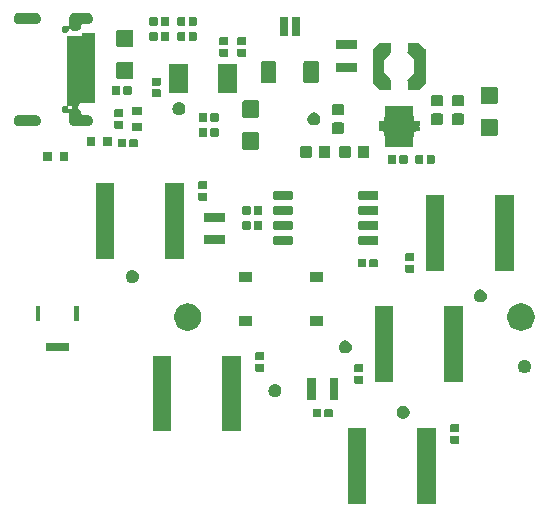
<source format=gbr>
G04 #@! TF.GenerationSoftware,KiCad,Pcbnew,5.1.5-52549c5~84~ubuntu18.04.1*
G04 #@! TF.CreationDate,2020-02-13T00:00:33+01:00*
G04 #@! TF.ProjectId,chase,63686173-652e-46b6-9963-61645f706362,rev?*
G04 #@! TF.SameCoordinates,Original*
G04 #@! TF.FileFunction,Soldermask,Bot*
G04 #@! TF.FilePolarity,Negative*
%FSLAX46Y46*%
G04 Gerber Fmt 4.6, Leading zero omitted, Abs format (unit mm)*
G04 Created by KiCad (PCBNEW 5.1.5-52549c5~84~ubuntu18.04.1) date 2020-02-13 00:00:33*
%MOMM*%
%LPD*%
G04 APERTURE LIST*
%ADD10C,0.100000*%
G04 APERTURE END LIST*
D10*
G36*
X136860500Y-142629000D02*
G01*
X135283500Y-142629000D01*
X135283500Y-136227000D01*
X136860500Y-136227000D01*
X136860500Y-142629000D01*
G37*
G36*
X130984500Y-142629000D02*
G01*
X129407500Y-142629000D01*
X129407500Y-136227000D01*
X130984500Y-136227000D01*
X130984500Y-142629000D01*
G37*
G36*
X138750938Y-136832716D02*
G01*
X138771557Y-136838971D01*
X138790553Y-136849124D01*
X138807208Y-136862792D01*
X138820876Y-136879447D01*
X138831029Y-136898443D01*
X138837284Y-136919062D01*
X138840000Y-136946640D01*
X138840000Y-137405360D01*
X138837284Y-137432938D01*
X138831029Y-137453557D01*
X138820876Y-137472553D01*
X138807208Y-137489208D01*
X138790553Y-137502876D01*
X138771557Y-137513029D01*
X138750938Y-137519284D01*
X138723360Y-137522000D01*
X138214640Y-137522000D01*
X138187062Y-137519284D01*
X138166443Y-137513029D01*
X138147447Y-137502876D01*
X138130792Y-137489208D01*
X138117124Y-137472553D01*
X138106971Y-137453557D01*
X138100716Y-137432938D01*
X138098000Y-137405360D01*
X138098000Y-136946640D01*
X138100716Y-136919062D01*
X138106971Y-136898443D01*
X138117124Y-136879447D01*
X138130792Y-136862792D01*
X138147447Y-136849124D01*
X138166443Y-136838971D01*
X138187062Y-136832716D01*
X138214640Y-136830000D01*
X138723360Y-136830000D01*
X138750938Y-136832716D01*
G37*
G36*
X138750938Y-135862716D02*
G01*
X138771557Y-135868971D01*
X138790553Y-135879124D01*
X138807208Y-135892792D01*
X138820876Y-135909447D01*
X138831029Y-135928443D01*
X138837284Y-135949062D01*
X138840000Y-135976640D01*
X138840000Y-136435360D01*
X138837284Y-136462938D01*
X138831029Y-136483557D01*
X138820876Y-136502553D01*
X138807208Y-136519208D01*
X138790553Y-136532876D01*
X138771557Y-136543029D01*
X138750938Y-136549284D01*
X138723360Y-136552000D01*
X138214640Y-136552000D01*
X138187062Y-136549284D01*
X138166443Y-136543029D01*
X138147447Y-136532876D01*
X138130792Y-136519208D01*
X138117124Y-136502553D01*
X138106971Y-136483557D01*
X138100716Y-136462938D01*
X138098000Y-136435360D01*
X138098000Y-135976640D01*
X138100716Y-135949062D01*
X138106971Y-135928443D01*
X138117124Y-135909447D01*
X138130792Y-135892792D01*
X138147447Y-135879124D01*
X138166443Y-135868971D01*
X138187062Y-135862716D01*
X138214640Y-135860000D01*
X138723360Y-135860000D01*
X138750938Y-135862716D01*
G37*
G36*
X120332500Y-136453000D02*
G01*
X118755500Y-136453000D01*
X118755500Y-130051000D01*
X120332500Y-130051000D01*
X120332500Y-136453000D01*
G37*
G36*
X114456500Y-136453000D02*
G01*
X112879500Y-136453000D01*
X112879500Y-130051000D01*
X114456500Y-130051000D01*
X114456500Y-136453000D01*
G37*
G36*
X134248221Y-134319674D02*
G01*
X134348495Y-134361209D01*
X134348496Y-134361210D01*
X134438742Y-134421510D01*
X134515490Y-134498258D01*
X134515491Y-134498260D01*
X134575791Y-134588505D01*
X134617326Y-134688779D01*
X134638500Y-134795230D01*
X134638500Y-134903770D01*
X134617326Y-135010221D01*
X134575791Y-135110495D01*
X134552902Y-135144751D01*
X134515490Y-135200742D01*
X134438742Y-135277490D01*
X134428999Y-135284000D01*
X134348495Y-135337791D01*
X134248221Y-135379326D01*
X134141770Y-135400500D01*
X134033230Y-135400500D01*
X133926779Y-135379326D01*
X133826505Y-135337791D01*
X133746001Y-135284000D01*
X133736258Y-135277490D01*
X133659510Y-135200742D01*
X133622098Y-135144751D01*
X133599209Y-135110495D01*
X133557674Y-135010221D01*
X133536500Y-134903770D01*
X133536500Y-134795230D01*
X133557674Y-134688779D01*
X133599209Y-134588505D01*
X133659509Y-134498260D01*
X133659510Y-134498258D01*
X133736258Y-134421510D01*
X133826504Y-134361210D01*
X133826505Y-134361209D01*
X133926779Y-134319674D01*
X134033230Y-134298500D01*
X134141770Y-134298500D01*
X134248221Y-134319674D01*
G37*
G36*
X128034938Y-134544716D02*
G01*
X128055557Y-134550971D01*
X128074553Y-134561124D01*
X128091208Y-134574792D01*
X128104876Y-134591447D01*
X128115029Y-134610443D01*
X128121284Y-134631062D01*
X128124000Y-134658640D01*
X128124000Y-135167360D01*
X128121284Y-135194938D01*
X128115029Y-135215557D01*
X128104876Y-135234553D01*
X128091208Y-135251208D01*
X128074553Y-135264876D01*
X128055557Y-135275029D01*
X128034938Y-135281284D01*
X128007360Y-135284000D01*
X127548640Y-135284000D01*
X127521062Y-135281284D01*
X127500443Y-135275029D01*
X127481447Y-135264876D01*
X127464792Y-135251208D01*
X127451124Y-135234553D01*
X127440971Y-135215557D01*
X127434716Y-135194938D01*
X127432000Y-135167360D01*
X127432000Y-134658640D01*
X127434716Y-134631062D01*
X127440971Y-134610443D01*
X127451124Y-134591447D01*
X127464792Y-134574792D01*
X127481447Y-134561124D01*
X127500443Y-134550971D01*
X127521062Y-134544716D01*
X127548640Y-134542000D01*
X128007360Y-134542000D01*
X128034938Y-134544716D01*
G37*
G36*
X127064938Y-134544716D02*
G01*
X127085557Y-134550971D01*
X127104553Y-134561124D01*
X127121208Y-134574792D01*
X127134876Y-134591447D01*
X127145029Y-134610443D01*
X127151284Y-134631062D01*
X127154000Y-134658640D01*
X127154000Y-135167360D01*
X127151284Y-135194938D01*
X127145029Y-135215557D01*
X127134876Y-135234553D01*
X127121208Y-135251208D01*
X127104553Y-135264876D01*
X127085557Y-135275029D01*
X127064938Y-135281284D01*
X127037360Y-135284000D01*
X126578640Y-135284000D01*
X126551062Y-135281284D01*
X126530443Y-135275029D01*
X126511447Y-135264876D01*
X126494792Y-135251208D01*
X126481124Y-135234553D01*
X126470971Y-135215557D01*
X126464716Y-135194938D01*
X126462000Y-135167360D01*
X126462000Y-134658640D01*
X126464716Y-134631062D01*
X126470971Y-134610443D01*
X126481124Y-134591447D01*
X126494792Y-134574792D01*
X126511447Y-134561124D01*
X126530443Y-134550971D01*
X126551062Y-134544716D01*
X126578640Y-134542000D01*
X127037360Y-134542000D01*
X127064938Y-134544716D01*
G37*
G36*
X126719000Y-133782000D02*
G01*
X125967000Y-133782000D01*
X125967000Y-131980000D01*
X126719000Y-131980000D01*
X126719000Y-133782000D01*
G37*
G36*
X128619000Y-133782000D02*
G01*
X127867000Y-133782000D01*
X127867000Y-131980000D01*
X128619000Y-131980000D01*
X128619000Y-133782000D01*
G37*
G36*
X123389721Y-132478174D02*
G01*
X123489995Y-132519709D01*
X123489996Y-132519710D01*
X123580242Y-132580010D01*
X123656990Y-132656758D01*
X123656991Y-132656760D01*
X123717291Y-132747005D01*
X123758826Y-132847279D01*
X123780000Y-132953730D01*
X123780000Y-133062270D01*
X123758826Y-133168721D01*
X123717291Y-133268995D01*
X123695906Y-133301000D01*
X123656990Y-133359242D01*
X123580242Y-133435990D01*
X123534812Y-133466345D01*
X123489995Y-133496291D01*
X123389721Y-133537826D01*
X123283270Y-133559000D01*
X123174730Y-133559000D01*
X123068279Y-133537826D01*
X122968005Y-133496291D01*
X122923188Y-133466345D01*
X122877758Y-133435990D01*
X122801010Y-133359242D01*
X122762094Y-133301000D01*
X122740709Y-133268995D01*
X122699174Y-133168721D01*
X122678000Y-133062270D01*
X122678000Y-132953730D01*
X122699174Y-132847279D01*
X122740709Y-132747005D01*
X122801009Y-132656760D01*
X122801010Y-132656758D01*
X122877758Y-132580010D01*
X122968004Y-132519710D01*
X122968005Y-132519709D01*
X123068279Y-132478174D01*
X123174730Y-132457000D01*
X123283270Y-132457000D01*
X123389721Y-132478174D01*
G37*
G36*
X130622938Y-131752716D02*
G01*
X130643557Y-131758971D01*
X130662553Y-131769124D01*
X130679208Y-131782792D01*
X130692876Y-131799447D01*
X130703029Y-131818443D01*
X130709284Y-131839062D01*
X130712000Y-131866640D01*
X130712000Y-132325360D01*
X130709284Y-132352938D01*
X130703029Y-132373557D01*
X130692876Y-132392553D01*
X130679208Y-132409208D01*
X130662553Y-132422876D01*
X130643557Y-132433029D01*
X130622938Y-132439284D01*
X130595360Y-132442000D01*
X130086640Y-132442000D01*
X130059062Y-132439284D01*
X130038443Y-132433029D01*
X130019447Y-132422876D01*
X130002792Y-132409208D01*
X129989124Y-132392553D01*
X129978971Y-132373557D01*
X129972716Y-132352938D01*
X129970000Y-132325360D01*
X129970000Y-131866640D01*
X129972716Y-131839062D01*
X129978971Y-131818443D01*
X129989124Y-131799447D01*
X130002792Y-131782792D01*
X130019447Y-131769124D01*
X130038443Y-131758971D01*
X130059062Y-131752716D01*
X130086640Y-131750000D01*
X130595360Y-131750000D01*
X130622938Y-131752716D01*
G37*
G36*
X139147500Y-132272000D02*
G01*
X137570500Y-132272000D01*
X137570500Y-125870000D01*
X139147500Y-125870000D01*
X139147500Y-132272000D01*
G37*
G36*
X133271500Y-132272000D02*
G01*
X131694500Y-132272000D01*
X131694500Y-125870000D01*
X133271500Y-125870000D01*
X133271500Y-132272000D01*
G37*
G36*
X144535221Y-130446174D02*
G01*
X144635495Y-130487709D01*
X144635496Y-130487710D01*
X144725742Y-130548010D01*
X144802490Y-130624758D01*
X144802491Y-130624760D01*
X144862791Y-130715005D01*
X144904326Y-130815279D01*
X144925500Y-130921730D01*
X144925500Y-131030270D01*
X144904326Y-131136721D01*
X144862791Y-131236995D01*
X144862790Y-131236996D01*
X144802490Y-131327242D01*
X144725742Y-131403990D01*
X144699792Y-131421329D01*
X144635495Y-131464291D01*
X144535221Y-131505826D01*
X144428770Y-131527000D01*
X144320230Y-131527000D01*
X144213779Y-131505826D01*
X144113505Y-131464291D01*
X144049208Y-131421329D01*
X144023258Y-131403990D01*
X143946510Y-131327242D01*
X143886210Y-131236996D01*
X143886209Y-131236995D01*
X143844674Y-131136721D01*
X143823500Y-131030270D01*
X143823500Y-130921730D01*
X143844674Y-130815279D01*
X143886209Y-130715005D01*
X143946509Y-130624760D01*
X143946510Y-130624758D01*
X144023258Y-130548010D01*
X144113504Y-130487710D01*
X144113505Y-130487709D01*
X144213779Y-130446174D01*
X144320230Y-130425000D01*
X144428770Y-130425000D01*
X144535221Y-130446174D01*
G37*
G36*
X130622938Y-130782716D02*
G01*
X130643557Y-130788971D01*
X130662553Y-130799124D01*
X130679208Y-130812792D01*
X130692876Y-130829447D01*
X130703029Y-130848443D01*
X130709284Y-130869062D01*
X130712000Y-130896640D01*
X130712000Y-131355360D01*
X130709284Y-131382938D01*
X130703029Y-131403557D01*
X130692876Y-131422553D01*
X130679208Y-131439208D01*
X130662553Y-131452876D01*
X130643557Y-131463029D01*
X130622938Y-131469284D01*
X130595360Y-131472000D01*
X130086640Y-131472000D01*
X130059062Y-131469284D01*
X130038443Y-131463029D01*
X130019447Y-131452876D01*
X130002792Y-131439208D01*
X129989124Y-131422553D01*
X129978971Y-131403557D01*
X129972716Y-131382938D01*
X129970000Y-131355360D01*
X129970000Y-130896640D01*
X129972716Y-130869062D01*
X129978971Y-130848443D01*
X129989124Y-130829447D01*
X130002792Y-130812792D01*
X130019447Y-130799124D01*
X130038443Y-130788971D01*
X130059062Y-130782716D01*
X130086640Y-130780000D01*
X130595360Y-130780000D01*
X130622938Y-130782716D01*
G37*
G36*
X122240938Y-130736716D02*
G01*
X122261557Y-130742971D01*
X122280553Y-130753124D01*
X122297208Y-130766792D01*
X122310876Y-130783447D01*
X122321029Y-130802443D01*
X122327284Y-130823062D01*
X122330000Y-130850640D01*
X122330000Y-131309360D01*
X122327284Y-131336938D01*
X122321029Y-131357557D01*
X122310876Y-131376553D01*
X122297208Y-131393208D01*
X122280553Y-131406876D01*
X122261557Y-131417029D01*
X122240938Y-131423284D01*
X122213360Y-131426000D01*
X121704640Y-131426000D01*
X121677062Y-131423284D01*
X121656443Y-131417029D01*
X121637447Y-131406876D01*
X121620792Y-131393208D01*
X121607124Y-131376553D01*
X121596971Y-131357557D01*
X121590716Y-131336938D01*
X121588000Y-131309360D01*
X121588000Y-130850640D01*
X121590716Y-130823062D01*
X121596971Y-130802443D01*
X121607124Y-130783447D01*
X121620792Y-130766792D01*
X121637447Y-130753124D01*
X121656443Y-130742971D01*
X121677062Y-130736716D01*
X121704640Y-130734000D01*
X122213360Y-130734000D01*
X122240938Y-130736716D01*
G37*
G36*
X122240938Y-129766716D02*
G01*
X122261557Y-129772971D01*
X122280553Y-129783124D01*
X122297208Y-129796792D01*
X122310876Y-129813447D01*
X122321029Y-129832443D01*
X122327284Y-129853062D01*
X122330000Y-129880640D01*
X122330000Y-130339360D01*
X122327284Y-130366938D01*
X122321029Y-130387557D01*
X122310876Y-130406553D01*
X122297208Y-130423208D01*
X122280553Y-130436876D01*
X122261557Y-130447029D01*
X122240938Y-130453284D01*
X122213360Y-130456000D01*
X121704640Y-130456000D01*
X121677062Y-130453284D01*
X121656443Y-130447029D01*
X121637447Y-130436876D01*
X121620792Y-130423208D01*
X121607124Y-130406553D01*
X121596971Y-130387557D01*
X121590716Y-130366938D01*
X121588000Y-130339360D01*
X121588000Y-129880640D01*
X121590716Y-129853062D01*
X121596971Y-129832443D01*
X121607124Y-129813447D01*
X121620792Y-129796792D01*
X121637447Y-129783124D01*
X121656443Y-129772971D01*
X121677062Y-129766716D01*
X121704640Y-129764000D01*
X122213360Y-129764000D01*
X122240938Y-129766716D01*
G37*
G36*
X129358721Y-128795174D02*
G01*
X129458995Y-128836709D01*
X129458996Y-128836710D01*
X129549242Y-128897010D01*
X129625990Y-128973758D01*
X129625991Y-128973760D01*
X129686291Y-129064005D01*
X129727826Y-129164279D01*
X129749000Y-129270730D01*
X129749000Y-129379270D01*
X129727826Y-129485721D01*
X129686291Y-129585995D01*
X129686290Y-129585996D01*
X129625990Y-129676242D01*
X129549242Y-129752990D01*
X129519338Y-129772971D01*
X129458995Y-129813291D01*
X129358721Y-129854826D01*
X129252270Y-129876000D01*
X129143730Y-129876000D01*
X129037279Y-129854826D01*
X128937005Y-129813291D01*
X128876662Y-129772971D01*
X128846758Y-129752990D01*
X128770010Y-129676242D01*
X128709710Y-129585996D01*
X128709709Y-129585995D01*
X128668174Y-129485721D01*
X128647000Y-129379270D01*
X128647000Y-129270730D01*
X128668174Y-129164279D01*
X128709709Y-129064005D01*
X128770009Y-128973760D01*
X128770010Y-128973758D01*
X128846758Y-128897010D01*
X128937004Y-128836710D01*
X128937005Y-128836709D01*
X129037279Y-128795174D01*
X129143730Y-128774000D01*
X129252270Y-128774000D01*
X129358721Y-128795174D01*
G37*
G36*
X105765000Y-129707000D02*
G01*
X103863000Y-129707000D01*
X103863000Y-128955000D01*
X105765000Y-128955000D01*
X105765000Y-129707000D01*
G37*
G36*
X144304049Y-125656116D02*
G01*
X144415234Y-125678232D01*
X144624703Y-125764997D01*
X144813220Y-125890960D01*
X144973540Y-126051280D01*
X145099503Y-126239797D01*
X145186268Y-126449266D01*
X145230500Y-126671636D01*
X145230500Y-126898364D01*
X145186268Y-127120734D01*
X145099503Y-127330203D01*
X144973540Y-127518720D01*
X144813220Y-127679040D01*
X144624703Y-127805003D01*
X144415234Y-127891768D01*
X144304049Y-127913884D01*
X144192865Y-127936000D01*
X143966135Y-127936000D01*
X143854951Y-127913884D01*
X143743766Y-127891768D01*
X143534297Y-127805003D01*
X143345780Y-127679040D01*
X143185460Y-127518720D01*
X143059497Y-127330203D01*
X142972732Y-127120734D01*
X142928500Y-126898364D01*
X142928500Y-126671636D01*
X142972732Y-126449266D01*
X143059497Y-126239797D01*
X143185460Y-126051280D01*
X143345780Y-125890960D01*
X143534297Y-125764997D01*
X143743766Y-125678232D01*
X143854951Y-125656116D01*
X143966135Y-125634000D01*
X144192865Y-125634000D01*
X144304049Y-125656116D01*
G37*
G36*
X116087549Y-125656116D02*
G01*
X116198734Y-125678232D01*
X116408203Y-125764997D01*
X116596720Y-125890960D01*
X116757040Y-126051280D01*
X116883003Y-126239797D01*
X116969768Y-126449266D01*
X117014000Y-126671636D01*
X117014000Y-126898364D01*
X116969768Y-127120734D01*
X116883003Y-127330203D01*
X116757040Y-127518720D01*
X116596720Y-127679040D01*
X116408203Y-127805003D01*
X116198734Y-127891768D01*
X116087549Y-127913884D01*
X115976365Y-127936000D01*
X115749635Y-127936000D01*
X115638451Y-127913884D01*
X115527266Y-127891768D01*
X115317797Y-127805003D01*
X115129280Y-127679040D01*
X114968960Y-127518720D01*
X114842997Y-127330203D01*
X114756232Y-127120734D01*
X114712000Y-126898364D01*
X114712000Y-126671636D01*
X114756232Y-126449266D01*
X114842997Y-126239797D01*
X114968960Y-126051280D01*
X115129280Y-125890960D01*
X115317797Y-125764997D01*
X115527266Y-125678232D01*
X115638451Y-125656116D01*
X115749635Y-125634000D01*
X115976365Y-125634000D01*
X116087549Y-125656116D01*
G37*
G36*
X127288000Y-127562000D02*
G01*
X126186000Y-127562000D01*
X126186000Y-126710000D01*
X127288000Y-126710000D01*
X127288000Y-127562000D01*
G37*
G36*
X121288000Y-127562000D02*
G01*
X120186000Y-127562000D01*
X120186000Y-126710000D01*
X121288000Y-126710000D01*
X121288000Y-127562000D01*
G37*
G36*
X103380000Y-127147000D02*
G01*
X102978000Y-127147000D01*
X102978000Y-125895000D01*
X103380000Y-125895000D01*
X103380000Y-127147000D01*
G37*
G36*
X106650000Y-127147000D02*
G01*
X106248000Y-127147000D01*
X106248000Y-125895000D01*
X106650000Y-125895000D01*
X106650000Y-127147000D01*
G37*
G36*
X140788721Y-124477174D02*
G01*
X140888995Y-124518709D01*
X140888996Y-124518710D01*
X140979242Y-124579010D01*
X141055990Y-124655758D01*
X141055991Y-124655760D01*
X141116291Y-124746005D01*
X141157826Y-124846279D01*
X141179000Y-124952730D01*
X141179000Y-125061270D01*
X141157826Y-125167721D01*
X141116291Y-125267995D01*
X141116290Y-125267996D01*
X141055990Y-125358242D01*
X140979242Y-125434990D01*
X140933812Y-125465345D01*
X140888995Y-125495291D01*
X140788721Y-125536826D01*
X140682270Y-125558000D01*
X140573730Y-125558000D01*
X140467279Y-125536826D01*
X140367005Y-125495291D01*
X140322188Y-125465345D01*
X140276758Y-125434990D01*
X140200010Y-125358242D01*
X140139710Y-125267996D01*
X140139709Y-125267995D01*
X140098174Y-125167721D01*
X140077000Y-125061270D01*
X140077000Y-124952730D01*
X140098174Y-124846279D01*
X140139709Y-124746005D01*
X140200009Y-124655760D01*
X140200010Y-124655758D01*
X140276758Y-124579010D01*
X140367004Y-124518710D01*
X140367005Y-124518709D01*
X140467279Y-124477174D01*
X140573730Y-124456000D01*
X140682270Y-124456000D01*
X140788721Y-124477174D01*
G37*
G36*
X111324721Y-122826174D02*
G01*
X111424995Y-122867709D01*
X111424996Y-122867710D01*
X111515242Y-122928010D01*
X111591990Y-123004758D01*
X111598729Y-123014844D01*
X111652291Y-123095005D01*
X111693826Y-123195279D01*
X111715000Y-123301730D01*
X111715000Y-123410270D01*
X111693826Y-123516721D01*
X111652291Y-123616995D01*
X111652290Y-123616996D01*
X111591990Y-123707242D01*
X111515242Y-123783990D01*
X111473322Y-123812000D01*
X111424995Y-123844291D01*
X111324721Y-123885826D01*
X111218270Y-123907000D01*
X111109730Y-123907000D01*
X111003279Y-123885826D01*
X110903005Y-123844291D01*
X110854678Y-123812000D01*
X110812758Y-123783990D01*
X110736010Y-123707242D01*
X110675710Y-123616996D01*
X110675709Y-123616995D01*
X110634174Y-123516721D01*
X110613000Y-123410270D01*
X110613000Y-123301730D01*
X110634174Y-123195279D01*
X110675709Y-123095005D01*
X110729271Y-123014844D01*
X110736010Y-123004758D01*
X110812758Y-122928010D01*
X110903004Y-122867710D01*
X110903005Y-122867709D01*
X111003279Y-122826174D01*
X111109730Y-122805000D01*
X111218270Y-122805000D01*
X111324721Y-122826174D01*
G37*
G36*
X121288000Y-123812000D02*
G01*
X120186000Y-123812000D01*
X120186000Y-122960000D01*
X121288000Y-122960000D01*
X121288000Y-123812000D01*
G37*
G36*
X127288000Y-123812000D02*
G01*
X126186000Y-123812000D01*
X126186000Y-122960000D01*
X127288000Y-122960000D01*
X127288000Y-123812000D01*
G37*
G36*
X134940938Y-122354716D02*
G01*
X134961557Y-122360971D01*
X134980553Y-122371124D01*
X134997208Y-122384792D01*
X135010876Y-122401447D01*
X135021029Y-122420443D01*
X135027284Y-122441062D01*
X135030000Y-122468640D01*
X135030000Y-122927360D01*
X135027284Y-122954938D01*
X135021029Y-122975557D01*
X135010876Y-122994553D01*
X134997208Y-123011208D01*
X134980553Y-123024876D01*
X134961557Y-123035029D01*
X134940938Y-123041284D01*
X134913360Y-123044000D01*
X134404640Y-123044000D01*
X134377062Y-123041284D01*
X134356443Y-123035029D01*
X134337447Y-123024876D01*
X134320792Y-123011208D01*
X134307124Y-122994553D01*
X134296971Y-122975557D01*
X134290716Y-122954938D01*
X134288000Y-122927360D01*
X134288000Y-122468640D01*
X134290716Y-122441062D01*
X134296971Y-122420443D01*
X134307124Y-122401447D01*
X134320792Y-122384792D01*
X134337447Y-122371124D01*
X134356443Y-122360971D01*
X134377062Y-122354716D01*
X134404640Y-122352000D01*
X134913360Y-122352000D01*
X134940938Y-122354716D01*
G37*
G36*
X143465500Y-122874000D02*
G01*
X141888500Y-122874000D01*
X141888500Y-116472000D01*
X143465500Y-116472000D01*
X143465500Y-122874000D01*
G37*
G36*
X137589500Y-122874000D02*
G01*
X136012500Y-122874000D01*
X136012500Y-116472000D01*
X137589500Y-116472000D01*
X137589500Y-122874000D01*
G37*
G36*
X130874938Y-121844716D02*
G01*
X130895557Y-121850971D01*
X130914553Y-121861124D01*
X130931208Y-121874792D01*
X130944876Y-121891447D01*
X130955029Y-121910443D01*
X130961284Y-121931062D01*
X130964000Y-121958640D01*
X130964000Y-122467360D01*
X130961284Y-122494938D01*
X130955029Y-122515557D01*
X130944876Y-122534553D01*
X130931208Y-122551208D01*
X130914553Y-122564876D01*
X130895557Y-122575029D01*
X130874938Y-122581284D01*
X130847360Y-122584000D01*
X130388640Y-122584000D01*
X130361062Y-122581284D01*
X130340443Y-122575029D01*
X130321447Y-122564876D01*
X130304792Y-122551208D01*
X130291124Y-122534553D01*
X130280971Y-122515557D01*
X130274716Y-122494938D01*
X130272000Y-122467360D01*
X130272000Y-121958640D01*
X130274716Y-121931062D01*
X130280971Y-121910443D01*
X130291124Y-121891447D01*
X130304792Y-121874792D01*
X130321447Y-121861124D01*
X130340443Y-121850971D01*
X130361062Y-121844716D01*
X130388640Y-121842000D01*
X130847360Y-121842000D01*
X130874938Y-121844716D01*
G37*
G36*
X131844938Y-121844716D02*
G01*
X131865557Y-121850971D01*
X131884553Y-121861124D01*
X131901208Y-121874792D01*
X131914876Y-121891447D01*
X131925029Y-121910443D01*
X131931284Y-121931062D01*
X131934000Y-121958640D01*
X131934000Y-122467360D01*
X131931284Y-122494938D01*
X131925029Y-122515557D01*
X131914876Y-122534553D01*
X131901208Y-122551208D01*
X131884553Y-122564876D01*
X131865557Y-122575029D01*
X131844938Y-122581284D01*
X131817360Y-122584000D01*
X131358640Y-122584000D01*
X131331062Y-122581284D01*
X131310443Y-122575029D01*
X131291447Y-122564876D01*
X131274792Y-122551208D01*
X131261124Y-122534553D01*
X131250971Y-122515557D01*
X131244716Y-122494938D01*
X131242000Y-122467360D01*
X131242000Y-121958640D01*
X131244716Y-121931062D01*
X131250971Y-121910443D01*
X131261124Y-121891447D01*
X131274792Y-121874792D01*
X131291447Y-121861124D01*
X131310443Y-121850971D01*
X131331062Y-121844716D01*
X131358640Y-121842000D01*
X131817360Y-121842000D01*
X131844938Y-121844716D01*
G37*
G36*
X134940938Y-121384716D02*
G01*
X134961557Y-121390971D01*
X134980553Y-121401124D01*
X134997208Y-121414792D01*
X135010876Y-121431447D01*
X135021029Y-121450443D01*
X135027284Y-121471062D01*
X135030000Y-121498640D01*
X135030000Y-121957360D01*
X135027284Y-121984938D01*
X135021029Y-122005557D01*
X135010876Y-122024553D01*
X134997208Y-122041208D01*
X134980553Y-122054876D01*
X134961557Y-122065029D01*
X134940938Y-122071284D01*
X134913360Y-122074000D01*
X134404640Y-122074000D01*
X134377062Y-122071284D01*
X134356443Y-122065029D01*
X134337447Y-122054876D01*
X134320792Y-122041208D01*
X134307124Y-122024553D01*
X134296971Y-122005557D01*
X134290716Y-121984938D01*
X134288000Y-121957360D01*
X134288000Y-121498640D01*
X134290716Y-121471062D01*
X134296971Y-121450443D01*
X134307124Y-121431447D01*
X134320792Y-121414792D01*
X134337447Y-121401124D01*
X134356443Y-121390971D01*
X134377062Y-121384716D01*
X134404640Y-121382000D01*
X134913360Y-121382000D01*
X134940938Y-121384716D01*
G37*
G36*
X109649500Y-121858000D02*
G01*
X108072500Y-121858000D01*
X108072500Y-115456000D01*
X109649500Y-115456000D01*
X109649500Y-121858000D01*
G37*
G36*
X115525500Y-121858000D02*
G01*
X113948500Y-121858000D01*
X113948500Y-115456000D01*
X115525500Y-115456000D01*
X115525500Y-121858000D01*
G37*
G36*
X124706928Y-119959764D02*
G01*
X124728009Y-119966160D01*
X124747445Y-119976548D01*
X124764476Y-119990524D01*
X124778452Y-120007555D01*
X124788840Y-120026991D01*
X124795236Y-120048072D01*
X124798000Y-120076140D01*
X124798000Y-120539860D01*
X124795236Y-120567928D01*
X124788840Y-120589009D01*
X124778452Y-120608445D01*
X124764476Y-120625476D01*
X124747445Y-120639452D01*
X124728009Y-120649840D01*
X124706928Y-120656236D01*
X124678860Y-120659000D01*
X123215140Y-120659000D01*
X123187072Y-120656236D01*
X123165991Y-120649840D01*
X123146555Y-120639452D01*
X123129524Y-120625476D01*
X123115548Y-120608445D01*
X123105160Y-120589009D01*
X123098764Y-120567928D01*
X123096000Y-120539860D01*
X123096000Y-120076140D01*
X123098764Y-120048072D01*
X123105160Y-120026991D01*
X123115548Y-120007555D01*
X123129524Y-119990524D01*
X123146555Y-119976548D01*
X123165991Y-119966160D01*
X123187072Y-119959764D01*
X123215140Y-119957000D01*
X124678860Y-119957000D01*
X124706928Y-119959764D01*
G37*
G36*
X131906928Y-119959764D02*
G01*
X131928009Y-119966160D01*
X131947445Y-119976548D01*
X131964476Y-119990524D01*
X131978452Y-120007555D01*
X131988840Y-120026991D01*
X131995236Y-120048072D01*
X131998000Y-120076140D01*
X131998000Y-120539860D01*
X131995236Y-120567928D01*
X131988840Y-120589009D01*
X131978452Y-120608445D01*
X131964476Y-120625476D01*
X131947445Y-120639452D01*
X131928009Y-120649840D01*
X131906928Y-120656236D01*
X131878860Y-120659000D01*
X130415140Y-120659000D01*
X130387072Y-120656236D01*
X130365991Y-120649840D01*
X130346555Y-120639452D01*
X130329524Y-120625476D01*
X130315548Y-120608445D01*
X130305160Y-120589009D01*
X130298764Y-120567928D01*
X130296000Y-120539860D01*
X130296000Y-120076140D01*
X130298764Y-120048072D01*
X130305160Y-120026991D01*
X130315548Y-120007555D01*
X130329524Y-119990524D01*
X130346555Y-119976548D01*
X130365991Y-119966160D01*
X130387072Y-119959764D01*
X130415140Y-119957000D01*
X131878860Y-119957000D01*
X131906928Y-119959764D01*
G37*
G36*
X119050000Y-120618000D02*
G01*
X117248000Y-120618000D01*
X117248000Y-119866000D01*
X119050000Y-119866000D01*
X119050000Y-120618000D01*
G37*
G36*
X122065938Y-118669716D02*
G01*
X122086557Y-118675971D01*
X122105553Y-118686124D01*
X122122208Y-118699792D01*
X122135876Y-118716447D01*
X122146029Y-118735443D01*
X122152284Y-118756062D01*
X122155000Y-118783640D01*
X122155000Y-119292360D01*
X122152284Y-119319938D01*
X122146029Y-119340557D01*
X122135876Y-119359553D01*
X122122208Y-119376208D01*
X122105553Y-119389876D01*
X122086557Y-119400029D01*
X122065938Y-119406284D01*
X122038360Y-119409000D01*
X121579640Y-119409000D01*
X121552062Y-119406284D01*
X121531443Y-119400029D01*
X121512447Y-119389876D01*
X121495792Y-119376208D01*
X121482124Y-119359553D01*
X121471971Y-119340557D01*
X121465716Y-119319938D01*
X121463000Y-119292360D01*
X121463000Y-118783640D01*
X121465716Y-118756062D01*
X121471971Y-118735443D01*
X121482124Y-118716447D01*
X121495792Y-118699792D01*
X121512447Y-118686124D01*
X121531443Y-118675971D01*
X121552062Y-118669716D01*
X121579640Y-118667000D01*
X122038360Y-118667000D01*
X122065938Y-118669716D01*
G37*
G36*
X121095938Y-118669716D02*
G01*
X121116557Y-118675971D01*
X121135553Y-118686124D01*
X121152208Y-118699792D01*
X121165876Y-118716447D01*
X121176029Y-118735443D01*
X121182284Y-118756062D01*
X121185000Y-118783640D01*
X121185000Y-119292360D01*
X121182284Y-119319938D01*
X121176029Y-119340557D01*
X121165876Y-119359553D01*
X121152208Y-119376208D01*
X121135553Y-119389876D01*
X121116557Y-119400029D01*
X121095938Y-119406284D01*
X121068360Y-119409000D01*
X120609640Y-119409000D01*
X120582062Y-119406284D01*
X120561443Y-119400029D01*
X120542447Y-119389876D01*
X120525792Y-119376208D01*
X120512124Y-119359553D01*
X120501971Y-119340557D01*
X120495716Y-119319938D01*
X120493000Y-119292360D01*
X120493000Y-118783640D01*
X120495716Y-118756062D01*
X120501971Y-118735443D01*
X120512124Y-118716447D01*
X120525792Y-118699792D01*
X120542447Y-118686124D01*
X120561443Y-118675971D01*
X120582062Y-118669716D01*
X120609640Y-118667000D01*
X121068360Y-118667000D01*
X121095938Y-118669716D01*
G37*
G36*
X124706928Y-118689764D02*
G01*
X124728009Y-118696160D01*
X124747445Y-118706548D01*
X124764476Y-118720524D01*
X124778452Y-118737555D01*
X124788840Y-118756991D01*
X124795236Y-118778072D01*
X124798000Y-118806140D01*
X124798000Y-119269860D01*
X124795236Y-119297928D01*
X124788840Y-119319009D01*
X124778452Y-119338445D01*
X124764476Y-119355476D01*
X124747445Y-119369452D01*
X124728009Y-119379840D01*
X124706928Y-119386236D01*
X124678860Y-119389000D01*
X123215140Y-119389000D01*
X123187072Y-119386236D01*
X123165991Y-119379840D01*
X123146555Y-119369452D01*
X123129524Y-119355476D01*
X123115548Y-119338445D01*
X123105160Y-119319009D01*
X123098764Y-119297928D01*
X123096000Y-119269860D01*
X123096000Y-118806140D01*
X123098764Y-118778072D01*
X123105160Y-118756991D01*
X123115548Y-118737555D01*
X123129524Y-118720524D01*
X123146555Y-118706548D01*
X123165991Y-118696160D01*
X123187072Y-118689764D01*
X123215140Y-118687000D01*
X124678860Y-118687000D01*
X124706928Y-118689764D01*
G37*
G36*
X131906928Y-118689764D02*
G01*
X131928009Y-118696160D01*
X131947445Y-118706548D01*
X131964476Y-118720524D01*
X131978452Y-118737555D01*
X131988840Y-118756991D01*
X131995236Y-118778072D01*
X131998000Y-118806140D01*
X131998000Y-119269860D01*
X131995236Y-119297928D01*
X131988840Y-119319009D01*
X131978452Y-119338445D01*
X131964476Y-119355476D01*
X131947445Y-119369452D01*
X131928009Y-119379840D01*
X131906928Y-119386236D01*
X131878860Y-119389000D01*
X130415140Y-119389000D01*
X130387072Y-119386236D01*
X130365991Y-119379840D01*
X130346555Y-119369452D01*
X130329524Y-119355476D01*
X130315548Y-119338445D01*
X130305160Y-119319009D01*
X130298764Y-119297928D01*
X130296000Y-119269860D01*
X130296000Y-118806140D01*
X130298764Y-118778072D01*
X130305160Y-118756991D01*
X130315548Y-118737555D01*
X130329524Y-118720524D01*
X130346555Y-118706548D01*
X130365991Y-118696160D01*
X130387072Y-118689764D01*
X130415140Y-118687000D01*
X131878860Y-118687000D01*
X131906928Y-118689764D01*
G37*
G36*
X119050000Y-118718000D02*
G01*
X117248000Y-118718000D01*
X117248000Y-117966000D01*
X119050000Y-117966000D01*
X119050000Y-118718000D01*
G37*
G36*
X122065938Y-117399716D02*
G01*
X122086557Y-117405971D01*
X122105553Y-117416124D01*
X122122208Y-117429792D01*
X122135876Y-117446447D01*
X122146029Y-117465443D01*
X122152284Y-117486062D01*
X122155000Y-117513640D01*
X122155000Y-118022360D01*
X122152284Y-118049938D01*
X122146029Y-118070557D01*
X122135876Y-118089553D01*
X122122208Y-118106208D01*
X122105553Y-118119876D01*
X122086557Y-118130029D01*
X122065938Y-118136284D01*
X122038360Y-118139000D01*
X121579640Y-118139000D01*
X121552062Y-118136284D01*
X121531443Y-118130029D01*
X121512447Y-118119876D01*
X121495792Y-118106208D01*
X121482124Y-118089553D01*
X121471971Y-118070557D01*
X121465716Y-118049938D01*
X121463000Y-118022360D01*
X121463000Y-117513640D01*
X121465716Y-117486062D01*
X121471971Y-117465443D01*
X121482124Y-117446447D01*
X121495792Y-117429792D01*
X121512447Y-117416124D01*
X121531443Y-117405971D01*
X121552062Y-117399716D01*
X121579640Y-117397000D01*
X122038360Y-117397000D01*
X122065938Y-117399716D01*
G37*
G36*
X121095938Y-117399716D02*
G01*
X121116557Y-117405971D01*
X121135553Y-117416124D01*
X121152208Y-117429792D01*
X121165876Y-117446447D01*
X121176029Y-117465443D01*
X121182284Y-117486062D01*
X121185000Y-117513640D01*
X121185000Y-118022360D01*
X121182284Y-118049938D01*
X121176029Y-118070557D01*
X121165876Y-118089553D01*
X121152208Y-118106208D01*
X121135553Y-118119876D01*
X121116557Y-118130029D01*
X121095938Y-118136284D01*
X121068360Y-118139000D01*
X120609640Y-118139000D01*
X120582062Y-118136284D01*
X120561443Y-118130029D01*
X120542447Y-118119876D01*
X120525792Y-118106208D01*
X120512124Y-118089553D01*
X120501971Y-118070557D01*
X120495716Y-118049938D01*
X120493000Y-118022360D01*
X120493000Y-117513640D01*
X120495716Y-117486062D01*
X120501971Y-117465443D01*
X120512124Y-117446447D01*
X120525792Y-117429792D01*
X120542447Y-117416124D01*
X120561443Y-117405971D01*
X120582062Y-117399716D01*
X120609640Y-117397000D01*
X121068360Y-117397000D01*
X121095938Y-117399716D01*
G37*
G36*
X124706928Y-117419764D02*
G01*
X124728009Y-117426160D01*
X124747445Y-117436548D01*
X124764476Y-117450524D01*
X124778452Y-117467555D01*
X124788840Y-117486991D01*
X124795236Y-117508072D01*
X124798000Y-117536140D01*
X124798000Y-117999860D01*
X124795236Y-118027928D01*
X124788840Y-118049009D01*
X124778452Y-118068445D01*
X124764476Y-118085476D01*
X124747445Y-118099452D01*
X124728009Y-118109840D01*
X124706928Y-118116236D01*
X124678860Y-118119000D01*
X123215140Y-118119000D01*
X123187072Y-118116236D01*
X123165991Y-118109840D01*
X123146555Y-118099452D01*
X123129524Y-118085476D01*
X123115548Y-118068445D01*
X123105160Y-118049009D01*
X123098764Y-118027928D01*
X123096000Y-117999860D01*
X123096000Y-117536140D01*
X123098764Y-117508072D01*
X123105160Y-117486991D01*
X123115548Y-117467555D01*
X123129524Y-117450524D01*
X123146555Y-117436548D01*
X123165991Y-117426160D01*
X123187072Y-117419764D01*
X123215140Y-117417000D01*
X124678860Y-117417000D01*
X124706928Y-117419764D01*
G37*
G36*
X131906928Y-117419764D02*
G01*
X131928009Y-117426160D01*
X131947445Y-117436548D01*
X131964476Y-117450524D01*
X131978452Y-117467555D01*
X131988840Y-117486991D01*
X131995236Y-117508072D01*
X131998000Y-117536140D01*
X131998000Y-117999860D01*
X131995236Y-118027928D01*
X131988840Y-118049009D01*
X131978452Y-118068445D01*
X131964476Y-118085476D01*
X131947445Y-118099452D01*
X131928009Y-118109840D01*
X131906928Y-118116236D01*
X131878860Y-118119000D01*
X130415140Y-118119000D01*
X130387072Y-118116236D01*
X130365991Y-118109840D01*
X130346555Y-118099452D01*
X130329524Y-118085476D01*
X130315548Y-118068445D01*
X130305160Y-118049009D01*
X130298764Y-118027928D01*
X130296000Y-117999860D01*
X130296000Y-117536140D01*
X130298764Y-117508072D01*
X130305160Y-117486991D01*
X130315548Y-117467555D01*
X130329524Y-117450524D01*
X130346555Y-117436548D01*
X130365991Y-117426160D01*
X130387072Y-117419764D01*
X130415140Y-117417000D01*
X131878860Y-117417000D01*
X131906928Y-117419764D01*
G37*
G36*
X117414938Y-116258716D02*
G01*
X117435557Y-116264971D01*
X117454553Y-116275124D01*
X117471208Y-116288792D01*
X117484876Y-116305447D01*
X117495029Y-116324443D01*
X117501284Y-116345062D01*
X117504000Y-116372640D01*
X117504000Y-116831360D01*
X117501284Y-116858938D01*
X117495029Y-116879557D01*
X117484876Y-116898553D01*
X117471208Y-116915208D01*
X117454553Y-116928876D01*
X117435557Y-116939029D01*
X117414938Y-116945284D01*
X117387360Y-116948000D01*
X116878640Y-116948000D01*
X116851062Y-116945284D01*
X116830443Y-116939029D01*
X116811447Y-116928876D01*
X116794792Y-116915208D01*
X116781124Y-116898553D01*
X116770971Y-116879557D01*
X116764716Y-116858938D01*
X116762000Y-116831360D01*
X116762000Y-116372640D01*
X116764716Y-116345062D01*
X116770971Y-116324443D01*
X116781124Y-116305447D01*
X116794792Y-116288792D01*
X116811447Y-116275124D01*
X116830443Y-116264971D01*
X116851062Y-116258716D01*
X116878640Y-116256000D01*
X117387360Y-116256000D01*
X117414938Y-116258716D01*
G37*
G36*
X124706928Y-116149764D02*
G01*
X124728009Y-116156160D01*
X124747445Y-116166548D01*
X124764476Y-116180524D01*
X124778452Y-116197555D01*
X124788840Y-116216991D01*
X124795236Y-116238072D01*
X124798000Y-116266140D01*
X124798000Y-116729860D01*
X124795236Y-116757928D01*
X124788840Y-116779009D01*
X124778452Y-116798445D01*
X124764476Y-116815476D01*
X124747445Y-116829452D01*
X124728009Y-116839840D01*
X124706928Y-116846236D01*
X124678860Y-116849000D01*
X123215140Y-116849000D01*
X123187072Y-116846236D01*
X123165991Y-116839840D01*
X123146555Y-116829452D01*
X123129524Y-116815476D01*
X123115548Y-116798445D01*
X123105160Y-116779009D01*
X123098764Y-116757928D01*
X123096000Y-116729860D01*
X123096000Y-116266140D01*
X123098764Y-116238072D01*
X123105160Y-116216991D01*
X123115548Y-116197555D01*
X123129524Y-116180524D01*
X123146555Y-116166548D01*
X123165991Y-116156160D01*
X123187072Y-116149764D01*
X123215140Y-116147000D01*
X124678860Y-116147000D01*
X124706928Y-116149764D01*
G37*
G36*
X131906928Y-116149764D02*
G01*
X131928009Y-116156160D01*
X131947445Y-116166548D01*
X131964476Y-116180524D01*
X131978452Y-116197555D01*
X131988840Y-116216991D01*
X131995236Y-116238072D01*
X131998000Y-116266140D01*
X131998000Y-116729860D01*
X131995236Y-116757928D01*
X131988840Y-116779009D01*
X131978452Y-116798445D01*
X131964476Y-116815476D01*
X131947445Y-116829452D01*
X131928009Y-116839840D01*
X131906928Y-116846236D01*
X131878860Y-116849000D01*
X130415140Y-116849000D01*
X130387072Y-116846236D01*
X130365991Y-116839840D01*
X130346555Y-116829452D01*
X130329524Y-116815476D01*
X130315548Y-116798445D01*
X130305160Y-116779009D01*
X130298764Y-116757928D01*
X130296000Y-116729860D01*
X130296000Y-116266140D01*
X130298764Y-116238072D01*
X130305160Y-116216991D01*
X130315548Y-116197555D01*
X130329524Y-116180524D01*
X130346555Y-116166548D01*
X130365991Y-116156160D01*
X130387072Y-116149764D01*
X130415140Y-116147000D01*
X131878860Y-116147000D01*
X131906928Y-116149764D01*
G37*
G36*
X117414938Y-115288716D02*
G01*
X117435557Y-115294971D01*
X117454553Y-115305124D01*
X117471208Y-115318792D01*
X117484876Y-115335447D01*
X117495029Y-115354443D01*
X117501284Y-115375062D01*
X117504000Y-115402640D01*
X117504000Y-115861360D01*
X117501284Y-115888938D01*
X117495029Y-115909557D01*
X117484876Y-115928553D01*
X117471208Y-115945208D01*
X117454553Y-115958876D01*
X117435557Y-115969029D01*
X117414938Y-115975284D01*
X117387360Y-115978000D01*
X116878640Y-115978000D01*
X116851062Y-115975284D01*
X116830443Y-115969029D01*
X116811447Y-115958876D01*
X116794792Y-115945208D01*
X116781124Y-115928553D01*
X116770971Y-115909557D01*
X116764716Y-115888938D01*
X116762000Y-115861360D01*
X116762000Y-115402640D01*
X116764716Y-115375062D01*
X116770971Y-115354443D01*
X116781124Y-115335447D01*
X116794792Y-115318792D01*
X116811447Y-115305124D01*
X116830443Y-115294971D01*
X116851062Y-115288716D01*
X116878640Y-115286000D01*
X117387360Y-115286000D01*
X117414938Y-115288716D01*
G37*
G36*
X135723938Y-113081716D02*
G01*
X135744557Y-113087971D01*
X135763553Y-113098124D01*
X135780208Y-113111792D01*
X135793876Y-113128447D01*
X135804029Y-113147443D01*
X135810284Y-113168062D01*
X135813000Y-113195640D01*
X135813000Y-113704360D01*
X135810284Y-113731938D01*
X135804029Y-113752557D01*
X135793876Y-113771553D01*
X135780208Y-113788208D01*
X135763553Y-113801876D01*
X135744557Y-113812029D01*
X135723938Y-113818284D01*
X135696360Y-113821000D01*
X135237640Y-113821000D01*
X135210062Y-113818284D01*
X135189443Y-113812029D01*
X135170447Y-113801876D01*
X135153792Y-113788208D01*
X135140124Y-113771553D01*
X135129971Y-113752557D01*
X135123716Y-113731938D01*
X135121000Y-113704360D01*
X135121000Y-113195640D01*
X135123716Y-113168062D01*
X135129971Y-113147443D01*
X135140124Y-113128447D01*
X135153792Y-113111792D01*
X135170447Y-113098124D01*
X135189443Y-113087971D01*
X135210062Y-113081716D01*
X135237640Y-113079000D01*
X135696360Y-113079000D01*
X135723938Y-113081716D01*
G37*
G36*
X136693938Y-113081716D02*
G01*
X136714557Y-113087971D01*
X136733553Y-113098124D01*
X136750208Y-113111792D01*
X136763876Y-113128447D01*
X136774029Y-113147443D01*
X136780284Y-113168062D01*
X136783000Y-113195640D01*
X136783000Y-113704360D01*
X136780284Y-113731938D01*
X136774029Y-113752557D01*
X136763876Y-113771553D01*
X136750208Y-113788208D01*
X136733553Y-113801876D01*
X136714557Y-113812029D01*
X136693938Y-113818284D01*
X136666360Y-113821000D01*
X136207640Y-113821000D01*
X136180062Y-113818284D01*
X136159443Y-113812029D01*
X136140447Y-113801876D01*
X136123792Y-113788208D01*
X136110124Y-113771553D01*
X136099971Y-113752557D01*
X136093716Y-113731938D01*
X136091000Y-113704360D01*
X136091000Y-113195640D01*
X136093716Y-113168062D01*
X136099971Y-113147443D01*
X136110124Y-113128447D01*
X136123792Y-113111792D01*
X136140447Y-113098124D01*
X136159443Y-113087971D01*
X136180062Y-113081716D01*
X136207640Y-113079000D01*
X136666360Y-113079000D01*
X136693938Y-113081716D01*
G37*
G36*
X133414938Y-113081716D02*
G01*
X133435557Y-113087971D01*
X133454553Y-113098124D01*
X133471208Y-113111792D01*
X133484876Y-113128447D01*
X133495029Y-113147443D01*
X133501284Y-113168062D01*
X133504000Y-113195640D01*
X133504000Y-113704360D01*
X133501284Y-113731938D01*
X133495029Y-113752557D01*
X133484876Y-113771553D01*
X133471208Y-113788208D01*
X133454553Y-113801876D01*
X133435557Y-113812029D01*
X133414938Y-113818284D01*
X133387360Y-113821000D01*
X132928640Y-113821000D01*
X132901062Y-113818284D01*
X132880443Y-113812029D01*
X132861447Y-113801876D01*
X132844792Y-113788208D01*
X132831124Y-113771553D01*
X132820971Y-113752557D01*
X132814716Y-113731938D01*
X132812000Y-113704360D01*
X132812000Y-113195640D01*
X132814716Y-113168062D01*
X132820971Y-113147443D01*
X132831124Y-113128447D01*
X132844792Y-113111792D01*
X132861447Y-113098124D01*
X132880443Y-113087971D01*
X132901062Y-113081716D01*
X132928640Y-113079000D01*
X133387360Y-113079000D01*
X133414938Y-113081716D01*
G37*
G36*
X134384938Y-113081716D02*
G01*
X134405557Y-113087971D01*
X134424553Y-113098124D01*
X134441208Y-113111792D01*
X134454876Y-113128447D01*
X134465029Y-113147443D01*
X134471284Y-113168062D01*
X134474000Y-113195640D01*
X134474000Y-113704360D01*
X134471284Y-113731938D01*
X134465029Y-113752557D01*
X134454876Y-113771553D01*
X134441208Y-113788208D01*
X134424553Y-113801876D01*
X134405557Y-113812029D01*
X134384938Y-113818284D01*
X134357360Y-113821000D01*
X133898640Y-113821000D01*
X133871062Y-113818284D01*
X133850443Y-113812029D01*
X133831447Y-113801876D01*
X133814792Y-113788208D01*
X133801124Y-113771553D01*
X133790971Y-113752557D01*
X133784716Y-113731938D01*
X133782000Y-113704360D01*
X133782000Y-113195640D01*
X133784716Y-113168062D01*
X133790971Y-113147443D01*
X133801124Y-113128447D01*
X133814792Y-113111792D01*
X133831447Y-113098124D01*
X133850443Y-113087971D01*
X133871062Y-113081716D01*
X133898640Y-113079000D01*
X134357360Y-113079000D01*
X134384938Y-113081716D01*
G37*
G36*
X104338000Y-113597000D02*
G01*
X103636000Y-113597000D01*
X103636000Y-112795000D01*
X104338000Y-112795000D01*
X104338000Y-113597000D01*
G37*
G36*
X105738000Y-113597000D02*
G01*
X105036000Y-113597000D01*
X105036000Y-112795000D01*
X105738000Y-112795000D01*
X105738000Y-113597000D01*
G37*
G36*
X129514591Y-112293085D02*
G01*
X129548569Y-112303393D01*
X129579890Y-112320134D01*
X129607339Y-112342661D01*
X129629866Y-112370110D01*
X129646607Y-112401431D01*
X129656915Y-112435409D01*
X129661000Y-112476890D01*
X129661000Y-113153110D01*
X129656915Y-113194591D01*
X129646607Y-113228569D01*
X129629866Y-113259890D01*
X129607339Y-113287339D01*
X129579890Y-113309866D01*
X129548569Y-113326607D01*
X129514591Y-113336915D01*
X129473110Y-113341000D01*
X128871890Y-113341000D01*
X128830409Y-113336915D01*
X128796431Y-113326607D01*
X128765110Y-113309866D01*
X128737661Y-113287339D01*
X128715134Y-113259890D01*
X128698393Y-113228569D01*
X128688085Y-113194591D01*
X128684000Y-113153110D01*
X128684000Y-112476890D01*
X128688085Y-112435409D01*
X128698393Y-112401431D01*
X128715134Y-112370110D01*
X128737661Y-112342661D01*
X128765110Y-112320134D01*
X128796431Y-112303393D01*
X128830409Y-112293085D01*
X128871890Y-112289000D01*
X129473110Y-112289000D01*
X129514591Y-112293085D01*
G37*
G36*
X127787591Y-112293085D02*
G01*
X127821569Y-112303393D01*
X127852890Y-112320134D01*
X127880339Y-112342661D01*
X127902866Y-112370110D01*
X127919607Y-112401431D01*
X127929915Y-112435409D01*
X127934000Y-112476890D01*
X127934000Y-113153110D01*
X127929915Y-113194591D01*
X127919607Y-113228569D01*
X127902866Y-113259890D01*
X127880339Y-113287339D01*
X127852890Y-113309866D01*
X127821569Y-113326607D01*
X127787591Y-113336915D01*
X127746110Y-113341000D01*
X127144890Y-113341000D01*
X127103409Y-113336915D01*
X127069431Y-113326607D01*
X127038110Y-113309866D01*
X127010661Y-113287339D01*
X126988134Y-113259890D01*
X126971393Y-113228569D01*
X126961085Y-113194591D01*
X126957000Y-113153110D01*
X126957000Y-112476890D01*
X126961085Y-112435409D01*
X126971393Y-112401431D01*
X126988134Y-112370110D01*
X127010661Y-112342661D01*
X127038110Y-112320134D01*
X127069431Y-112303393D01*
X127103409Y-112293085D01*
X127144890Y-112289000D01*
X127746110Y-112289000D01*
X127787591Y-112293085D01*
G37*
G36*
X131089591Y-112293085D02*
G01*
X131123569Y-112303393D01*
X131154890Y-112320134D01*
X131182339Y-112342661D01*
X131204866Y-112370110D01*
X131221607Y-112401431D01*
X131231915Y-112435409D01*
X131236000Y-112476890D01*
X131236000Y-113153110D01*
X131231915Y-113194591D01*
X131221607Y-113228569D01*
X131204866Y-113259890D01*
X131182339Y-113287339D01*
X131154890Y-113309866D01*
X131123569Y-113326607D01*
X131089591Y-113336915D01*
X131048110Y-113341000D01*
X130446890Y-113341000D01*
X130405409Y-113336915D01*
X130371431Y-113326607D01*
X130340110Y-113309866D01*
X130312661Y-113287339D01*
X130290134Y-113259890D01*
X130273393Y-113228569D01*
X130263085Y-113194591D01*
X130259000Y-113153110D01*
X130259000Y-112476890D01*
X130263085Y-112435409D01*
X130273393Y-112401431D01*
X130290134Y-112370110D01*
X130312661Y-112342661D01*
X130340110Y-112320134D01*
X130371431Y-112303393D01*
X130405409Y-112293085D01*
X130446890Y-112289000D01*
X131048110Y-112289000D01*
X131089591Y-112293085D01*
G37*
G36*
X126212591Y-112293085D02*
G01*
X126246569Y-112303393D01*
X126277890Y-112320134D01*
X126305339Y-112342661D01*
X126327866Y-112370110D01*
X126344607Y-112401431D01*
X126354915Y-112435409D01*
X126359000Y-112476890D01*
X126359000Y-113153110D01*
X126354915Y-113194591D01*
X126344607Y-113228569D01*
X126327866Y-113259890D01*
X126305339Y-113287339D01*
X126277890Y-113309866D01*
X126246569Y-113326607D01*
X126212591Y-113336915D01*
X126171110Y-113341000D01*
X125569890Y-113341000D01*
X125528409Y-113336915D01*
X125494431Y-113326607D01*
X125463110Y-113309866D01*
X125435661Y-113287339D01*
X125413134Y-113259890D01*
X125396393Y-113228569D01*
X125386085Y-113194591D01*
X125382000Y-113153110D01*
X125382000Y-112476890D01*
X125386085Y-112435409D01*
X125396393Y-112401431D01*
X125413134Y-112370110D01*
X125435661Y-112342661D01*
X125463110Y-112320134D01*
X125494431Y-112303393D01*
X125528409Y-112293085D01*
X125569890Y-112289000D01*
X126171110Y-112289000D01*
X126212591Y-112293085D01*
G37*
G36*
X121769798Y-111132247D02*
G01*
X121805367Y-111143037D01*
X121838139Y-111160554D01*
X121866869Y-111184131D01*
X121890446Y-111212861D01*
X121907963Y-111245633D01*
X121918753Y-111281202D01*
X121923000Y-111324325D01*
X121923000Y-112433675D01*
X121918753Y-112476798D01*
X121907963Y-112512367D01*
X121890446Y-112545139D01*
X121866869Y-112573869D01*
X121838139Y-112597446D01*
X121805367Y-112614963D01*
X121769798Y-112625753D01*
X121726675Y-112630000D01*
X120667325Y-112630000D01*
X120624202Y-112625753D01*
X120588633Y-112614963D01*
X120555861Y-112597446D01*
X120527131Y-112573869D01*
X120503554Y-112545139D01*
X120486037Y-112512367D01*
X120475247Y-112476798D01*
X120471000Y-112433675D01*
X120471000Y-111324325D01*
X120475247Y-111281202D01*
X120486037Y-111245633D01*
X120503554Y-111212861D01*
X120527131Y-111184131D01*
X120555861Y-111160554D01*
X120588633Y-111143037D01*
X120624202Y-111132247D01*
X120667325Y-111128000D01*
X121726675Y-111128000D01*
X121769798Y-111132247D01*
G37*
G36*
X110554938Y-111684716D02*
G01*
X110575557Y-111690971D01*
X110594553Y-111701124D01*
X110611208Y-111714792D01*
X110624876Y-111731447D01*
X110635029Y-111750443D01*
X110641284Y-111771062D01*
X110644000Y-111798640D01*
X110644000Y-112307360D01*
X110641284Y-112334938D01*
X110635029Y-112355557D01*
X110624876Y-112374553D01*
X110611208Y-112391208D01*
X110594553Y-112404876D01*
X110575557Y-112415029D01*
X110554938Y-112421284D01*
X110527360Y-112424000D01*
X110068640Y-112424000D01*
X110041062Y-112421284D01*
X110020443Y-112415029D01*
X110001447Y-112404876D01*
X109984792Y-112391208D01*
X109971124Y-112374553D01*
X109960971Y-112355557D01*
X109954716Y-112334938D01*
X109952000Y-112307360D01*
X109952000Y-111798640D01*
X109954716Y-111771062D01*
X109960971Y-111750443D01*
X109971124Y-111731447D01*
X109984792Y-111714792D01*
X110001447Y-111701124D01*
X110020443Y-111690971D01*
X110041062Y-111684716D01*
X110068640Y-111682000D01*
X110527360Y-111682000D01*
X110554938Y-111684716D01*
G37*
G36*
X111524938Y-111684716D02*
G01*
X111545557Y-111690971D01*
X111564553Y-111701124D01*
X111581208Y-111714792D01*
X111594876Y-111731447D01*
X111605029Y-111750443D01*
X111611284Y-111771062D01*
X111614000Y-111798640D01*
X111614000Y-112307360D01*
X111611284Y-112334938D01*
X111605029Y-112355557D01*
X111594876Y-112374553D01*
X111581208Y-112391208D01*
X111564553Y-112404876D01*
X111545557Y-112415029D01*
X111524938Y-112421284D01*
X111497360Y-112424000D01*
X111038640Y-112424000D01*
X111011062Y-112421284D01*
X110990443Y-112415029D01*
X110971447Y-112404876D01*
X110954792Y-112391208D01*
X110941124Y-112374553D01*
X110930971Y-112355557D01*
X110924716Y-112334938D01*
X110922000Y-112307360D01*
X110922000Y-111798640D01*
X110924716Y-111771062D01*
X110930971Y-111750443D01*
X110941124Y-111731447D01*
X110954792Y-111714792D01*
X110971447Y-111701124D01*
X110990443Y-111690971D01*
X111011062Y-111684716D01*
X111038640Y-111682000D01*
X111497360Y-111682000D01*
X111524938Y-111684716D01*
G37*
G36*
X134941000Y-109682749D02*
G01*
X134943402Y-109707135D01*
X134950515Y-109730584D01*
X134962066Y-109752195D01*
X134977611Y-109771137D01*
X134989482Y-109779942D01*
X134988957Y-109780582D01*
X135006237Y-109794763D01*
X135012610Y-109802528D01*
X135017348Y-109811392D01*
X135020263Y-109821001D01*
X135021852Y-109837140D01*
X135021852Y-110104149D01*
X135024254Y-110128535D01*
X135031367Y-110151984D01*
X135042918Y-110173595D01*
X135058463Y-110192537D01*
X135077405Y-110208082D01*
X135099016Y-110219633D01*
X135122465Y-110226746D01*
X135146851Y-110229148D01*
X135463860Y-110229148D01*
X135479999Y-110230737D01*
X135489608Y-110233652D01*
X135498472Y-110238390D01*
X135506237Y-110244763D01*
X135512610Y-110252528D01*
X135517348Y-110261392D01*
X135520263Y-110271001D01*
X135521852Y-110287140D01*
X135521852Y-110524860D01*
X135520263Y-110540999D01*
X135517348Y-110550608D01*
X135512610Y-110559472D01*
X135498469Y-110576703D01*
X135484856Y-110597078D01*
X135475479Y-110619717D01*
X135470699Y-110643750D01*
X135470699Y-110668254D01*
X135475480Y-110692287D01*
X135484858Y-110714926D01*
X135498469Y-110735297D01*
X135512610Y-110752528D01*
X135517348Y-110761392D01*
X135520263Y-110771001D01*
X135521852Y-110787140D01*
X135521852Y-111024860D01*
X135520263Y-111040999D01*
X135517348Y-111050608D01*
X135512610Y-111059472D01*
X135506237Y-111067237D01*
X135498472Y-111073610D01*
X135489608Y-111078348D01*
X135479999Y-111081263D01*
X135463860Y-111082852D01*
X135146851Y-111082852D01*
X135122465Y-111085254D01*
X135099016Y-111092367D01*
X135077405Y-111103918D01*
X135058463Y-111119463D01*
X135042918Y-111138405D01*
X135031367Y-111160016D01*
X135024254Y-111183465D01*
X135021852Y-111207851D01*
X135021852Y-111474860D01*
X135020263Y-111490999D01*
X135017348Y-111500608D01*
X135012610Y-111509472D01*
X135006237Y-111517237D01*
X134990925Y-111529803D01*
X134986693Y-111532631D01*
X134969368Y-111549960D01*
X134955755Y-111570335D01*
X134946380Y-111592974D01*
X134941000Y-111629251D01*
X134941000Y-112407000D01*
X132599000Y-112407000D01*
X132599000Y-111629251D01*
X132596598Y-111604865D01*
X132589485Y-111581416D01*
X132577934Y-111559805D01*
X132562389Y-111540863D01*
X132550518Y-111532058D01*
X132551043Y-111531418D01*
X132533763Y-111517237D01*
X132527390Y-111509472D01*
X132522652Y-111500608D01*
X132519737Y-111490999D01*
X132518148Y-111474860D01*
X132518148Y-111207851D01*
X132515746Y-111183465D01*
X132508633Y-111160016D01*
X132497082Y-111138405D01*
X132481537Y-111119463D01*
X132462595Y-111103918D01*
X132440984Y-111092367D01*
X132417535Y-111085254D01*
X132393149Y-111082852D01*
X132076140Y-111082852D01*
X132060001Y-111081263D01*
X132050392Y-111078348D01*
X132041528Y-111073610D01*
X132033763Y-111067237D01*
X132027390Y-111059472D01*
X132022652Y-111050608D01*
X132019737Y-111040999D01*
X132018148Y-111024860D01*
X132018148Y-110787140D01*
X132019737Y-110771001D01*
X132022652Y-110761392D01*
X132027390Y-110752528D01*
X132041531Y-110735297D01*
X132055144Y-110714922D01*
X132064521Y-110692283D01*
X132069301Y-110668250D01*
X132069301Y-110643746D01*
X132064520Y-110619713D01*
X132055142Y-110597074D01*
X132041531Y-110576703D01*
X132027390Y-110559472D01*
X132022652Y-110550608D01*
X132019737Y-110540999D01*
X132018148Y-110524860D01*
X132018148Y-110287140D01*
X132019737Y-110271001D01*
X132022652Y-110261392D01*
X132027390Y-110252528D01*
X132033763Y-110244763D01*
X132041528Y-110238390D01*
X132050392Y-110233652D01*
X132060001Y-110230737D01*
X132076140Y-110229148D01*
X132393149Y-110229148D01*
X132417535Y-110226746D01*
X132440984Y-110219633D01*
X132462595Y-110208082D01*
X132481537Y-110192537D01*
X132497082Y-110173595D01*
X132508633Y-110151984D01*
X132515746Y-110128535D01*
X132518148Y-110104149D01*
X132518148Y-109837140D01*
X132519737Y-109821001D01*
X132522652Y-109811392D01*
X132527390Y-109802528D01*
X132533763Y-109794763D01*
X132549075Y-109782197D01*
X132553307Y-109779369D01*
X132570632Y-109762040D01*
X132584245Y-109741665D01*
X132593620Y-109719026D01*
X132599000Y-109682749D01*
X132599000Y-108905000D01*
X134941000Y-108905000D01*
X134941000Y-109682749D01*
G37*
G36*
X109421000Y-112327000D02*
G01*
X108719000Y-112327000D01*
X108719000Y-111525000D01*
X109421000Y-111525000D01*
X109421000Y-112327000D01*
G37*
G36*
X108021000Y-112327000D02*
G01*
X107319000Y-112327000D01*
X107319000Y-111525000D01*
X108021000Y-111525000D01*
X108021000Y-112327000D01*
G37*
G36*
X118382938Y-110795716D02*
G01*
X118403557Y-110801971D01*
X118422553Y-110812124D01*
X118439208Y-110825792D01*
X118452876Y-110842447D01*
X118463029Y-110861443D01*
X118469284Y-110882062D01*
X118472000Y-110909640D01*
X118472000Y-111418360D01*
X118469284Y-111445938D01*
X118463029Y-111466557D01*
X118452876Y-111485553D01*
X118439208Y-111502208D01*
X118422553Y-111515876D01*
X118403557Y-111526029D01*
X118382938Y-111532284D01*
X118355360Y-111535000D01*
X117896640Y-111535000D01*
X117869062Y-111532284D01*
X117848443Y-111526029D01*
X117829447Y-111515876D01*
X117812792Y-111502208D01*
X117799124Y-111485553D01*
X117788971Y-111466557D01*
X117782716Y-111445938D01*
X117780000Y-111418360D01*
X117780000Y-110909640D01*
X117782716Y-110882062D01*
X117788971Y-110861443D01*
X117799124Y-110842447D01*
X117812792Y-110825792D01*
X117829447Y-110812124D01*
X117848443Y-110801971D01*
X117869062Y-110795716D01*
X117896640Y-110793000D01*
X118355360Y-110793000D01*
X118382938Y-110795716D01*
G37*
G36*
X117412938Y-110795716D02*
G01*
X117433557Y-110801971D01*
X117452553Y-110812124D01*
X117469208Y-110825792D01*
X117482876Y-110842447D01*
X117493029Y-110861443D01*
X117499284Y-110882062D01*
X117502000Y-110909640D01*
X117502000Y-111418360D01*
X117499284Y-111445938D01*
X117493029Y-111466557D01*
X117482876Y-111485553D01*
X117469208Y-111502208D01*
X117452553Y-111515876D01*
X117433557Y-111526029D01*
X117412938Y-111532284D01*
X117385360Y-111535000D01*
X116926640Y-111535000D01*
X116899062Y-111532284D01*
X116878443Y-111526029D01*
X116859447Y-111515876D01*
X116842792Y-111502208D01*
X116829124Y-111485553D01*
X116818971Y-111466557D01*
X116812716Y-111445938D01*
X116810000Y-111418360D01*
X116810000Y-110909640D01*
X116812716Y-110882062D01*
X116818971Y-110861443D01*
X116829124Y-110842447D01*
X116842792Y-110825792D01*
X116859447Y-110812124D01*
X116878443Y-110801971D01*
X116899062Y-110795716D01*
X116926640Y-110793000D01*
X117385360Y-110793000D01*
X117412938Y-110795716D01*
G37*
G36*
X141962798Y-109989247D02*
G01*
X141998367Y-110000037D01*
X142031139Y-110017554D01*
X142059869Y-110041131D01*
X142083446Y-110069861D01*
X142100963Y-110102633D01*
X142111753Y-110138202D01*
X142116000Y-110181325D01*
X142116000Y-111290675D01*
X142111753Y-111333798D01*
X142100963Y-111369367D01*
X142083446Y-111402139D01*
X142059869Y-111430869D01*
X142031139Y-111454446D01*
X141998367Y-111471963D01*
X141962798Y-111482753D01*
X141919675Y-111487000D01*
X140860325Y-111487000D01*
X140817202Y-111482753D01*
X140781633Y-111471963D01*
X140748861Y-111454446D01*
X140720131Y-111430869D01*
X140696554Y-111402139D01*
X140679037Y-111369367D01*
X140668247Y-111333798D01*
X140664000Y-111290675D01*
X140664000Y-110181325D01*
X140668247Y-110138202D01*
X140679037Y-110102633D01*
X140696554Y-110069861D01*
X140720131Y-110041131D01*
X140748861Y-110017554D01*
X140781633Y-110000037D01*
X140817202Y-109989247D01*
X140860325Y-109985000D01*
X141919675Y-109985000D01*
X141962798Y-109989247D01*
G37*
G36*
X128942591Y-110324085D02*
G01*
X128976569Y-110334393D01*
X129007890Y-110351134D01*
X129035339Y-110373661D01*
X129057866Y-110401110D01*
X129074607Y-110432431D01*
X129084915Y-110466409D01*
X129089000Y-110507890D01*
X129089000Y-111109110D01*
X129084915Y-111150591D01*
X129074607Y-111184569D01*
X129057866Y-111215890D01*
X129035339Y-111243339D01*
X129007890Y-111265866D01*
X128976569Y-111282607D01*
X128942591Y-111292915D01*
X128901110Y-111297000D01*
X128224890Y-111297000D01*
X128183409Y-111292915D01*
X128149431Y-111282607D01*
X128118110Y-111265866D01*
X128090661Y-111243339D01*
X128068134Y-111215890D01*
X128051393Y-111184569D01*
X128041085Y-111150591D01*
X128037000Y-111109110D01*
X128037000Y-110507890D01*
X128041085Y-110466409D01*
X128051393Y-110432431D01*
X128068134Y-110401110D01*
X128090661Y-110373661D01*
X128118110Y-110351134D01*
X128149431Y-110334393D01*
X128183409Y-110324085D01*
X128224890Y-110320000D01*
X128901110Y-110320000D01*
X128942591Y-110324085D01*
G37*
G36*
X111946000Y-111072000D02*
G01*
X111144000Y-111072000D01*
X111144000Y-110370000D01*
X111946000Y-110370000D01*
X111946000Y-111072000D01*
G37*
G36*
X110302938Y-110162716D02*
G01*
X110323557Y-110168971D01*
X110342553Y-110179124D01*
X110359208Y-110192792D01*
X110372876Y-110209447D01*
X110383029Y-110228443D01*
X110389284Y-110249062D01*
X110392000Y-110276640D01*
X110392000Y-110735360D01*
X110389284Y-110762938D01*
X110383029Y-110783557D01*
X110372876Y-110802553D01*
X110359208Y-110819208D01*
X110342553Y-110832876D01*
X110323557Y-110843029D01*
X110302938Y-110849284D01*
X110275360Y-110852000D01*
X109766640Y-110852000D01*
X109739062Y-110849284D01*
X109718443Y-110843029D01*
X109699447Y-110832876D01*
X109682792Y-110819208D01*
X109669124Y-110802553D01*
X109658971Y-110783557D01*
X109652716Y-110762938D01*
X109650000Y-110735360D01*
X109650000Y-110276640D01*
X109652716Y-110249062D01*
X109658971Y-110228443D01*
X109669124Y-110209447D01*
X109682792Y-110192792D01*
X109699447Y-110179124D01*
X109718443Y-110168971D01*
X109739062Y-110162716D01*
X109766640Y-110160000D01*
X110275360Y-110160000D01*
X110302938Y-110162716D01*
G37*
G36*
X107975000Y-108656000D02*
G01*
X106799999Y-108656000D01*
X106775613Y-108658402D01*
X106752164Y-108665515D01*
X106730553Y-108677066D01*
X106711611Y-108692611D01*
X106696066Y-108711553D01*
X106684515Y-108733164D01*
X106677402Y-108756613D01*
X106675000Y-108780999D01*
X106675000Y-108906331D01*
X106653976Y-108908402D01*
X106630527Y-108915515D01*
X106608916Y-108927066D01*
X106589974Y-108942611D01*
X106574429Y-108961553D01*
X106562878Y-108983164D01*
X106555765Y-109006613D01*
X106553363Y-109030999D01*
X106555765Y-109055385D01*
X106562878Y-109078834D01*
X106574429Y-109100445D01*
X106599063Y-109127624D01*
X106603684Y-109131416D01*
X106603687Y-109131418D01*
X106679975Y-109194025D01*
X106742582Y-109270313D01*
X106789103Y-109357348D01*
X106817751Y-109451787D01*
X106825000Y-109525388D01*
X106825000Y-109525398D01*
X106825602Y-109531510D01*
X106825738Y-109531497D01*
X106827402Y-109548387D01*
X106834515Y-109571836D01*
X106846066Y-109593447D01*
X106861611Y-109612389D01*
X106880553Y-109627934D01*
X106902164Y-109639485D01*
X106925613Y-109646598D01*
X106949999Y-109649000D01*
X107348612Y-109649000D01*
X107422213Y-109656249D01*
X107516652Y-109684897D01*
X107603687Y-109731418D01*
X107679975Y-109794025D01*
X107742582Y-109870313D01*
X107789103Y-109957348D01*
X107817751Y-110051787D01*
X107827424Y-110150000D01*
X107817751Y-110248213D01*
X107789103Y-110342652D01*
X107742582Y-110429687D01*
X107679975Y-110505975D01*
X107603687Y-110568582D01*
X107516652Y-110615103D01*
X107422213Y-110643751D01*
X107348612Y-110651000D01*
X106354743Y-110651000D01*
X106342508Y-110651601D01*
X106324000Y-110653424D01*
X106299389Y-110651000D01*
X106299388Y-110651000D01*
X106225787Y-110643751D01*
X106131348Y-110615103D01*
X106044313Y-110568582D01*
X105968025Y-110505975D01*
X105905418Y-110429687D01*
X105858897Y-110342652D01*
X105830249Y-110248213D01*
X105820576Y-110150000D01*
X105822399Y-110131492D01*
X105823000Y-110119257D01*
X105823000Y-109592671D01*
X105820598Y-109568285D01*
X105813485Y-109544836D01*
X105801934Y-109523225D01*
X105786389Y-109504283D01*
X105767447Y-109488738D01*
X105745836Y-109477187D01*
X105722387Y-109470074D01*
X105698001Y-109467672D01*
X105673615Y-109470074D01*
X105650166Y-109477187D01*
X105628557Y-109488738D01*
X105624910Y-109491174D01*
X105616576Y-109496743D01*
X105561797Y-109519433D01*
X105503647Y-109531000D01*
X105444353Y-109531000D01*
X105386203Y-109519433D01*
X105331425Y-109496743D01*
X105331424Y-109496743D01*
X105331423Y-109496742D01*
X105282124Y-109463802D01*
X105240198Y-109421876D01*
X105207258Y-109372577D01*
X105189311Y-109329249D01*
X105184567Y-109317797D01*
X105173000Y-109259647D01*
X105173000Y-109200353D01*
X105184567Y-109142203D01*
X105207257Y-109087425D01*
X105213735Y-109077730D01*
X105240198Y-109038124D01*
X105247323Y-109030999D01*
X105727670Y-109030999D01*
X105730072Y-109055385D01*
X105737185Y-109078834D01*
X105766860Y-109150475D01*
X105778411Y-109172086D01*
X105793957Y-109191028D01*
X105812899Y-109206573D01*
X105834509Y-109218124D01*
X105857958Y-109225237D01*
X105882344Y-109227639D01*
X105906731Y-109225237D01*
X105930179Y-109218124D01*
X105951790Y-109206573D01*
X105961643Y-109199265D01*
X105968019Y-109194032D01*
X105968025Y-109194025D01*
X106044313Y-109131418D01*
X106044316Y-109131416D01*
X106048937Y-109127624D01*
X106066264Y-109110297D01*
X106079878Y-109089923D01*
X106089255Y-109067284D01*
X106094035Y-109043250D01*
X106094035Y-109018746D01*
X106089254Y-108994713D01*
X106079877Y-108972074D01*
X106066263Y-108951700D01*
X106048936Y-108934373D01*
X106028562Y-108920759D01*
X106005923Y-108911382D01*
X105969638Y-108906000D01*
X105852669Y-108906000D01*
X105828283Y-108908402D01*
X105804834Y-108915515D01*
X105783223Y-108927066D01*
X105764281Y-108942611D01*
X105748736Y-108961553D01*
X105737185Y-108983164D01*
X105730072Y-109006613D01*
X105727670Y-109030999D01*
X105247323Y-109030999D01*
X105282124Y-108996198D01*
X105331423Y-108963258D01*
X105335539Y-108961553D01*
X105386203Y-108940567D01*
X105444353Y-108929000D01*
X105498001Y-108929000D01*
X105522387Y-108926598D01*
X105545836Y-108919485D01*
X105567447Y-108907934D01*
X105586389Y-108892389D01*
X105601934Y-108873447D01*
X105613485Y-108851836D01*
X105620598Y-108828387D01*
X105623000Y-108804001D01*
X105623000Y-103004000D01*
X106798001Y-103004000D01*
X106822387Y-103001598D01*
X106845836Y-102994485D01*
X106867447Y-102982934D01*
X106886389Y-102967389D01*
X106901934Y-102948447D01*
X106913485Y-102926836D01*
X106920598Y-102903387D01*
X106923000Y-102879001D01*
X106923000Y-102754000D01*
X107975000Y-102754000D01*
X107975000Y-108656000D01*
G37*
G36*
X103022213Y-109656249D02*
G01*
X103116652Y-109684897D01*
X103203687Y-109731418D01*
X103279975Y-109794025D01*
X103342582Y-109870313D01*
X103389103Y-109957348D01*
X103417751Y-110051787D01*
X103427424Y-110150000D01*
X103417751Y-110248213D01*
X103389103Y-110342652D01*
X103342582Y-110429687D01*
X103279975Y-110505975D01*
X103203687Y-110568582D01*
X103116652Y-110615103D01*
X103022213Y-110643751D01*
X102948612Y-110651000D01*
X101599388Y-110651000D01*
X101525787Y-110643751D01*
X101431348Y-110615103D01*
X101344313Y-110568582D01*
X101268025Y-110505975D01*
X101205418Y-110429687D01*
X101158897Y-110342652D01*
X101130249Y-110248213D01*
X101120576Y-110150000D01*
X101130249Y-110051787D01*
X101158897Y-109957348D01*
X101205418Y-109870313D01*
X101268025Y-109794025D01*
X101344313Y-109731418D01*
X101431348Y-109684897D01*
X101525787Y-109656249D01*
X101599388Y-109649000D01*
X102948612Y-109649000D01*
X103022213Y-109656249D01*
G37*
G36*
X126691721Y-109491174D02*
G01*
X126791995Y-109532709D01*
X126832824Y-109559990D01*
X126882242Y-109593010D01*
X126958990Y-109669758D01*
X126960488Y-109672000D01*
X127019291Y-109760005D01*
X127060826Y-109860279D01*
X127082000Y-109966730D01*
X127082000Y-110075270D01*
X127060826Y-110181721D01*
X127019291Y-110281995D01*
X127019290Y-110281996D01*
X126958990Y-110372242D01*
X126882242Y-110448990D01*
X126860584Y-110463461D01*
X126791995Y-110509291D01*
X126691721Y-110550826D01*
X126585270Y-110572000D01*
X126476730Y-110572000D01*
X126370279Y-110550826D01*
X126270005Y-110509291D01*
X126201416Y-110463461D01*
X126179758Y-110448990D01*
X126103010Y-110372242D01*
X126042710Y-110281996D01*
X126042709Y-110281995D01*
X126001174Y-110181721D01*
X125980000Y-110075270D01*
X125980000Y-109966730D01*
X126001174Y-109860279D01*
X126042709Y-109760005D01*
X126101512Y-109672000D01*
X126103010Y-109669758D01*
X126179758Y-109593010D01*
X126229176Y-109559990D01*
X126270005Y-109532709D01*
X126370279Y-109491174D01*
X126476730Y-109470000D01*
X126585270Y-109470000D01*
X126691721Y-109491174D01*
G37*
G36*
X139102591Y-109562085D02*
G01*
X139136569Y-109572393D01*
X139167890Y-109589134D01*
X139195339Y-109611661D01*
X139217866Y-109639110D01*
X139234607Y-109670431D01*
X139244915Y-109704409D01*
X139249000Y-109745890D01*
X139249000Y-110347110D01*
X139244915Y-110388591D01*
X139234607Y-110422569D01*
X139217866Y-110453890D01*
X139195339Y-110481339D01*
X139167890Y-110503866D01*
X139136569Y-110520607D01*
X139102591Y-110530915D01*
X139061110Y-110535000D01*
X138384890Y-110535000D01*
X138343409Y-110530915D01*
X138309431Y-110520607D01*
X138278110Y-110503866D01*
X138250661Y-110481339D01*
X138228134Y-110453890D01*
X138211393Y-110422569D01*
X138201085Y-110388591D01*
X138197000Y-110347110D01*
X138197000Y-109745890D01*
X138201085Y-109704409D01*
X138211393Y-109670431D01*
X138228134Y-109639110D01*
X138250661Y-109611661D01*
X138278110Y-109589134D01*
X138309431Y-109572393D01*
X138343409Y-109562085D01*
X138384890Y-109558000D01*
X139061110Y-109558000D01*
X139102591Y-109562085D01*
G37*
G36*
X137324591Y-109562085D02*
G01*
X137358569Y-109572393D01*
X137389890Y-109589134D01*
X137417339Y-109611661D01*
X137439866Y-109639110D01*
X137456607Y-109670431D01*
X137466915Y-109704409D01*
X137471000Y-109745890D01*
X137471000Y-110347110D01*
X137466915Y-110388591D01*
X137456607Y-110422569D01*
X137439866Y-110453890D01*
X137417339Y-110481339D01*
X137389890Y-110503866D01*
X137358569Y-110520607D01*
X137324591Y-110530915D01*
X137283110Y-110535000D01*
X136606890Y-110535000D01*
X136565409Y-110530915D01*
X136531431Y-110520607D01*
X136500110Y-110503866D01*
X136472661Y-110481339D01*
X136450134Y-110453890D01*
X136433393Y-110422569D01*
X136423085Y-110388591D01*
X136419000Y-110347110D01*
X136419000Y-109745890D01*
X136423085Y-109704409D01*
X136433393Y-109670431D01*
X136450134Y-109639110D01*
X136472661Y-109611661D01*
X136500110Y-109589134D01*
X136531431Y-109572393D01*
X136565409Y-109562085D01*
X136606890Y-109558000D01*
X137283110Y-109558000D01*
X137324591Y-109562085D01*
G37*
G36*
X118382938Y-109525716D02*
G01*
X118403557Y-109531971D01*
X118422553Y-109542124D01*
X118439208Y-109555792D01*
X118452876Y-109572447D01*
X118463029Y-109591443D01*
X118469284Y-109612062D01*
X118472000Y-109639640D01*
X118472000Y-110148360D01*
X118469284Y-110175938D01*
X118463029Y-110196557D01*
X118452876Y-110215553D01*
X118439208Y-110232208D01*
X118422553Y-110245876D01*
X118403557Y-110256029D01*
X118382938Y-110262284D01*
X118355360Y-110265000D01*
X117896640Y-110265000D01*
X117869062Y-110262284D01*
X117848443Y-110256029D01*
X117829447Y-110245876D01*
X117812792Y-110232208D01*
X117799124Y-110215553D01*
X117788971Y-110196557D01*
X117782716Y-110175938D01*
X117780000Y-110148360D01*
X117780000Y-109639640D01*
X117782716Y-109612062D01*
X117788971Y-109591443D01*
X117799124Y-109572447D01*
X117812792Y-109555792D01*
X117829447Y-109542124D01*
X117848443Y-109531971D01*
X117869062Y-109525716D01*
X117896640Y-109523000D01*
X118355360Y-109523000D01*
X118382938Y-109525716D01*
G37*
G36*
X117412938Y-109525716D02*
G01*
X117433557Y-109531971D01*
X117452553Y-109542124D01*
X117469208Y-109555792D01*
X117482876Y-109572447D01*
X117493029Y-109591443D01*
X117499284Y-109612062D01*
X117502000Y-109639640D01*
X117502000Y-110148360D01*
X117499284Y-110175938D01*
X117493029Y-110196557D01*
X117482876Y-110215553D01*
X117469208Y-110232208D01*
X117452553Y-110245876D01*
X117433557Y-110256029D01*
X117412938Y-110262284D01*
X117385360Y-110265000D01*
X116926640Y-110265000D01*
X116899062Y-110262284D01*
X116878443Y-110256029D01*
X116859447Y-110245876D01*
X116842792Y-110232208D01*
X116829124Y-110215553D01*
X116818971Y-110196557D01*
X116812716Y-110175938D01*
X116810000Y-110148360D01*
X116810000Y-109639640D01*
X116812716Y-109612062D01*
X116818971Y-109591443D01*
X116829124Y-109572447D01*
X116842792Y-109555792D01*
X116859447Y-109542124D01*
X116878443Y-109531971D01*
X116899062Y-109525716D01*
X116926640Y-109523000D01*
X117385360Y-109523000D01*
X117412938Y-109525716D01*
G37*
G36*
X121769798Y-108432247D02*
G01*
X121805367Y-108443037D01*
X121838139Y-108460554D01*
X121866869Y-108484131D01*
X121890446Y-108512861D01*
X121907963Y-108545633D01*
X121918753Y-108581202D01*
X121923000Y-108624325D01*
X121923000Y-109733675D01*
X121918753Y-109776798D01*
X121907963Y-109812367D01*
X121890446Y-109845139D01*
X121866869Y-109873869D01*
X121838139Y-109897446D01*
X121805367Y-109914963D01*
X121769798Y-109925753D01*
X121726675Y-109930000D01*
X120667325Y-109930000D01*
X120624202Y-109925753D01*
X120588633Y-109914963D01*
X120555861Y-109897446D01*
X120527131Y-109873869D01*
X120503554Y-109845139D01*
X120486037Y-109812367D01*
X120475247Y-109776798D01*
X120471000Y-109733675D01*
X120471000Y-108624325D01*
X120475247Y-108581202D01*
X120486037Y-108545633D01*
X120503554Y-108512861D01*
X120527131Y-108484131D01*
X120555861Y-108460554D01*
X120588633Y-108443037D01*
X120624202Y-108432247D01*
X120667325Y-108428000D01*
X121726675Y-108428000D01*
X121769798Y-108432247D01*
G37*
G36*
X110302938Y-109192716D02*
G01*
X110323557Y-109198971D01*
X110342553Y-109209124D01*
X110359208Y-109222792D01*
X110372876Y-109239447D01*
X110383029Y-109258443D01*
X110389284Y-109279062D01*
X110392000Y-109306640D01*
X110392000Y-109765360D01*
X110389284Y-109792938D01*
X110383029Y-109813557D01*
X110372876Y-109832553D01*
X110359208Y-109849208D01*
X110342553Y-109862876D01*
X110323557Y-109873029D01*
X110302938Y-109879284D01*
X110275360Y-109882000D01*
X109766640Y-109882000D01*
X109739062Y-109879284D01*
X109718443Y-109873029D01*
X109699447Y-109862876D01*
X109682792Y-109849208D01*
X109669124Y-109832553D01*
X109658971Y-109813557D01*
X109652716Y-109792938D01*
X109650000Y-109765360D01*
X109650000Y-109306640D01*
X109652716Y-109279062D01*
X109658971Y-109258443D01*
X109669124Y-109239447D01*
X109682792Y-109222792D01*
X109699447Y-109209124D01*
X109718443Y-109198971D01*
X109739062Y-109192716D01*
X109766640Y-109190000D01*
X110275360Y-109190000D01*
X110302938Y-109192716D01*
G37*
G36*
X128942591Y-108749085D02*
G01*
X128976569Y-108759393D01*
X129007890Y-108776134D01*
X129035339Y-108798661D01*
X129057866Y-108826110D01*
X129074607Y-108857431D01*
X129084915Y-108891409D01*
X129089000Y-108932890D01*
X129089000Y-109534110D01*
X129084915Y-109575591D01*
X129074607Y-109609569D01*
X129057866Y-109640890D01*
X129035339Y-109668339D01*
X129007890Y-109690866D01*
X128976569Y-109707607D01*
X128942591Y-109717915D01*
X128901110Y-109722000D01*
X128224890Y-109722000D01*
X128183409Y-109717915D01*
X128149431Y-109707607D01*
X128118110Y-109690866D01*
X128090661Y-109668339D01*
X128068134Y-109640890D01*
X128051393Y-109609569D01*
X128041085Y-109575591D01*
X128037000Y-109534110D01*
X128037000Y-108932890D01*
X128041085Y-108891409D01*
X128051393Y-108857431D01*
X128068134Y-108826110D01*
X128090661Y-108798661D01*
X128118110Y-108776134D01*
X128149431Y-108759393D01*
X128183409Y-108749085D01*
X128224890Y-108745000D01*
X128901110Y-108745000D01*
X128942591Y-108749085D01*
G37*
G36*
X115261721Y-108602174D02*
G01*
X115361995Y-108643709D01*
X115394630Y-108665515D01*
X115452242Y-108704010D01*
X115528990Y-108780758D01*
X115550928Y-108813591D01*
X115589291Y-108871005D01*
X115630826Y-108971279D01*
X115652000Y-109077730D01*
X115652000Y-109186270D01*
X115630826Y-109292721D01*
X115589291Y-109392995D01*
X115589290Y-109392996D01*
X115528990Y-109483242D01*
X115452242Y-109559990D01*
X115431767Y-109573671D01*
X115361995Y-109620291D01*
X115261721Y-109661826D01*
X115155270Y-109683000D01*
X115046730Y-109683000D01*
X114940279Y-109661826D01*
X114840005Y-109620291D01*
X114770233Y-109573671D01*
X114749758Y-109559990D01*
X114673010Y-109483242D01*
X114612710Y-109392996D01*
X114612709Y-109392995D01*
X114571174Y-109292721D01*
X114550000Y-109186270D01*
X114550000Y-109077730D01*
X114571174Y-108971279D01*
X114612709Y-108871005D01*
X114651072Y-108813591D01*
X114673010Y-108780758D01*
X114749758Y-108704010D01*
X114807370Y-108665515D01*
X114840005Y-108643709D01*
X114940279Y-108602174D01*
X115046730Y-108581000D01*
X115155270Y-108581000D01*
X115261721Y-108602174D01*
G37*
G36*
X111946000Y-109672000D02*
G01*
X111144000Y-109672000D01*
X111144000Y-108970000D01*
X111946000Y-108970000D01*
X111946000Y-109672000D01*
G37*
G36*
X137324591Y-107987085D02*
G01*
X137358569Y-107997393D01*
X137389890Y-108014134D01*
X137417339Y-108036661D01*
X137439866Y-108064110D01*
X137456607Y-108095431D01*
X137466915Y-108129409D01*
X137471000Y-108170890D01*
X137471000Y-108772110D01*
X137466915Y-108813591D01*
X137456607Y-108847569D01*
X137439866Y-108878890D01*
X137417339Y-108906339D01*
X137389890Y-108928866D01*
X137358569Y-108945607D01*
X137324591Y-108955915D01*
X137283110Y-108960000D01*
X136606890Y-108960000D01*
X136565409Y-108955915D01*
X136531431Y-108945607D01*
X136500110Y-108928866D01*
X136472661Y-108906339D01*
X136450134Y-108878890D01*
X136433393Y-108847569D01*
X136423085Y-108813591D01*
X136419000Y-108772110D01*
X136419000Y-108170890D01*
X136423085Y-108129409D01*
X136433393Y-108095431D01*
X136450134Y-108064110D01*
X136472661Y-108036661D01*
X136500110Y-108014134D01*
X136531431Y-107997393D01*
X136565409Y-107987085D01*
X136606890Y-107983000D01*
X137283110Y-107983000D01*
X137324591Y-107987085D01*
G37*
G36*
X139102591Y-107987085D02*
G01*
X139136569Y-107997393D01*
X139167890Y-108014134D01*
X139195339Y-108036661D01*
X139217866Y-108064110D01*
X139234607Y-108095431D01*
X139244915Y-108129409D01*
X139249000Y-108170890D01*
X139249000Y-108772110D01*
X139244915Y-108813591D01*
X139234607Y-108847569D01*
X139217866Y-108878890D01*
X139195339Y-108906339D01*
X139167890Y-108928866D01*
X139136569Y-108945607D01*
X139102591Y-108955915D01*
X139061110Y-108960000D01*
X138384890Y-108960000D01*
X138343409Y-108955915D01*
X138309431Y-108945607D01*
X138278110Y-108928866D01*
X138250661Y-108906339D01*
X138228134Y-108878890D01*
X138211393Y-108847569D01*
X138201085Y-108813591D01*
X138197000Y-108772110D01*
X138197000Y-108170890D01*
X138201085Y-108129409D01*
X138211393Y-108095431D01*
X138228134Y-108064110D01*
X138250661Y-108036661D01*
X138278110Y-108014134D01*
X138309431Y-107997393D01*
X138343409Y-107987085D01*
X138384890Y-107983000D01*
X139061110Y-107983000D01*
X139102591Y-107987085D01*
G37*
G36*
X141962798Y-107289247D02*
G01*
X141998367Y-107300037D01*
X142031139Y-107317554D01*
X142059869Y-107341131D01*
X142083446Y-107369861D01*
X142100963Y-107402633D01*
X142111753Y-107438202D01*
X142116000Y-107481325D01*
X142116000Y-108590675D01*
X142111753Y-108633798D01*
X142100963Y-108669367D01*
X142083446Y-108702139D01*
X142059869Y-108730869D01*
X142031139Y-108754446D01*
X141998367Y-108771963D01*
X141962798Y-108782753D01*
X141919675Y-108787000D01*
X140860325Y-108787000D01*
X140817202Y-108782753D01*
X140781633Y-108771963D01*
X140748861Y-108754446D01*
X140720131Y-108730869D01*
X140696554Y-108702139D01*
X140679037Y-108669367D01*
X140668247Y-108633798D01*
X140664000Y-108590675D01*
X140664000Y-107481325D01*
X140668247Y-107438202D01*
X140679037Y-107402633D01*
X140696554Y-107369861D01*
X140720131Y-107341131D01*
X140748861Y-107317554D01*
X140781633Y-107300037D01*
X140817202Y-107289247D01*
X140860325Y-107285000D01*
X141919675Y-107285000D01*
X141962798Y-107289247D01*
G37*
G36*
X113477938Y-107495716D02*
G01*
X113498557Y-107501971D01*
X113517553Y-107512124D01*
X113534208Y-107525792D01*
X113547876Y-107542447D01*
X113558029Y-107561443D01*
X113564284Y-107582062D01*
X113567000Y-107609640D01*
X113567000Y-108068360D01*
X113564284Y-108095938D01*
X113558029Y-108116557D01*
X113547876Y-108135553D01*
X113534208Y-108152208D01*
X113517553Y-108165876D01*
X113498557Y-108176029D01*
X113477938Y-108182284D01*
X113450360Y-108185000D01*
X112941640Y-108185000D01*
X112914062Y-108182284D01*
X112893443Y-108176029D01*
X112874447Y-108165876D01*
X112857792Y-108152208D01*
X112844124Y-108135553D01*
X112833971Y-108116557D01*
X112827716Y-108095938D01*
X112825000Y-108068360D01*
X112825000Y-107609640D01*
X112827716Y-107582062D01*
X112833971Y-107561443D01*
X112844124Y-107542447D01*
X112857792Y-107525792D01*
X112874447Y-107512124D01*
X112893443Y-107501971D01*
X112914062Y-107495716D01*
X112941640Y-107493000D01*
X113450360Y-107493000D01*
X113477938Y-107495716D01*
G37*
G36*
X111016938Y-107239716D02*
G01*
X111037557Y-107245971D01*
X111056553Y-107256124D01*
X111073208Y-107269792D01*
X111086876Y-107286447D01*
X111097029Y-107305443D01*
X111103284Y-107326062D01*
X111106000Y-107353640D01*
X111106000Y-107862360D01*
X111103284Y-107889938D01*
X111097029Y-107910557D01*
X111086876Y-107929553D01*
X111073208Y-107946208D01*
X111056553Y-107959876D01*
X111037557Y-107970029D01*
X111016938Y-107976284D01*
X110989360Y-107979000D01*
X110530640Y-107979000D01*
X110503062Y-107976284D01*
X110482443Y-107970029D01*
X110463447Y-107959876D01*
X110446792Y-107946208D01*
X110433124Y-107929553D01*
X110422971Y-107910557D01*
X110416716Y-107889938D01*
X110414000Y-107862360D01*
X110414000Y-107353640D01*
X110416716Y-107326062D01*
X110422971Y-107305443D01*
X110433124Y-107286447D01*
X110446792Y-107269792D01*
X110463447Y-107256124D01*
X110482443Y-107245971D01*
X110503062Y-107239716D01*
X110530640Y-107237000D01*
X110989360Y-107237000D01*
X111016938Y-107239716D01*
G37*
G36*
X110046938Y-107239716D02*
G01*
X110067557Y-107245971D01*
X110086553Y-107256124D01*
X110103208Y-107269792D01*
X110116876Y-107286447D01*
X110127029Y-107305443D01*
X110133284Y-107326062D01*
X110136000Y-107353640D01*
X110136000Y-107862360D01*
X110133284Y-107889938D01*
X110127029Y-107910557D01*
X110116876Y-107929553D01*
X110103208Y-107946208D01*
X110086553Y-107959876D01*
X110067557Y-107970029D01*
X110046938Y-107976284D01*
X110019360Y-107979000D01*
X109560640Y-107979000D01*
X109533062Y-107976284D01*
X109512443Y-107970029D01*
X109493447Y-107959876D01*
X109476792Y-107946208D01*
X109463124Y-107929553D01*
X109452971Y-107910557D01*
X109446716Y-107889938D01*
X109444000Y-107862360D01*
X109444000Y-107353640D01*
X109446716Y-107326062D01*
X109452971Y-107305443D01*
X109463124Y-107286447D01*
X109476792Y-107269792D01*
X109493447Y-107256124D01*
X109512443Y-107245971D01*
X109533062Y-107239716D01*
X109560640Y-107237000D01*
X110019360Y-107237000D01*
X110046938Y-107239716D01*
G37*
G36*
X119990700Y-107798700D02*
G01*
X118390100Y-107798700D01*
X118390100Y-105385300D01*
X119990700Y-105385300D01*
X119990700Y-107798700D01*
G37*
G36*
X115875900Y-107798700D02*
G01*
X114275300Y-107798700D01*
X114275300Y-105385300D01*
X115875900Y-105385300D01*
X115875900Y-107798700D01*
G37*
G36*
X132138875Y-103558324D02*
G01*
X132160384Y-103570063D01*
X132183770Y-103577381D01*
X132209225Y-103580000D01*
X133071000Y-103580000D01*
X133071000Y-104331458D01*
X133073402Y-104355844D01*
X133080515Y-104379293D01*
X133092066Y-104400904D01*
X133095071Y-104404520D01*
X133091225Y-104409325D01*
X133079939Y-104431076D01*
X133073113Y-104454610D01*
X133072698Y-104459100D01*
X133069633Y-104459402D01*
X133046184Y-104466515D01*
X133024573Y-104478066D01*
X133004558Y-104494698D01*
X132526538Y-104984543D01*
X132511225Y-105003673D01*
X132499939Y-105025423D01*
X132493113Y-105048957D01*
X132491000Y-105071844D01*
X132491000Y-106080156D01*
X132493402Y-106104542D01*
X132500515Y-106127991D01*
X132512066Y-106149602D01*
X132526538Y-106167457D01*
X133004558Y-106657302D01*
X133023309Y-106673078D01*
X133044777Y-106684892D01*
X133068137Y-106692291D01*
X133072800Y-106692779D01*
X133073402Y-106698890D01*
X133080515Y-106722339D01*
X133092066Y-106743950D01*
X133094914Y-106747464D01*
X133092922Y-106749832D01*
X133081108Y-106771300D01*
X133073709Y-106794660D01*
X133071000Y-106820542D01*
X133071000Y-107572000D01*
X132209225Y-107572000D01*
X132184839Y-107574402D01*
X132161390Y-107581515D01*
X132139779Y-107593066D01*
X132133504Y-107598262D01*
X132126312Y-107592464D01*
X132104602Y-107581102D01*
X132081091Y-107574194D01*
X132076910Y-107573801D01*
X132076598Y-107570634D01*
X132069485Y-107547185D01*
X132057934Y-107525574D01*
X132041614Y-107505864D01*
X132031287Y-107495716D01*
X131585702Y-107057841D01*
X131566628Y-107042464D01*
X131544918Y-107031102D01*
X131521407Y-107024194D01*
X131516938Y-107023773D01*
X131516598Y-107020323D01*
X131509485Y-106996874D01*
X131497934Y-106975263D01*
X131494958Y-106971669D01*
X131498536Y-106967231D01*
X131509898Y-106945521D01*
X131516806Y-106922011D01*
X131519000Y-106898695D01*
X131519000Y-104253305D01*
X131516598Y-104228919D01*
X131509485Y-104205470D01*
X131497934Y-104183859D01*
X131495070Y-104180339D01*
X131497324Y-104177641D01*
X131509063Y-104156132D01*
X131516381Y-104132746D01*
X131516854Y-104128152D01*
X131522478Y-104127598D01*
X131545927Y-104120485D01*
X131567538Y-104108934D01*
X131585702Y-104094160D01*
X132041614Y-103646136D01*
X132057324Y-103627330D01*
X132069063Y-103605821D01*
X132076381Y-103582435D01*
X132076825Y-103578124D01*
X132082162Y-103577598D01*
X132105611Y-103570485D01*
X132127222Y-103558934D01*
X132133496Y-103553831D01*
X132138875Y-103558324D01*
G37*
G36*
X135413688Y-103559536D02*
G01*
X135435398Y-103570898D01*
X135458909Y-103577806D01*
X135463090Y-103578199D01*
X135463402Y-103581366D01*
X135470515Y-103604815D01*
X135482066Y-103626426D01*
X135498386Y-103646136D01*
X135954298Y-104094159D01*
X135973372Y-104109536D01*
X135995082Y-104120898D01*
X136018593Y-104127806D01*
X136023062Y-104128227D01*
X136023402Y-104131677D01*
X136030515Y-104155126D01*
X136042066Y-104176737D01*
X136045042Y-104180331D01*
X136041464Y-104184769D01*
X136030102Y-104206479D01*
X136023194Y-104229989D01*
X136021000Y-104253305D01*
X136021000Y-106898695D01*
X136023402Y-106923081D01*
X136030515Y-106946530D01*
X136042066Y-106968141D01*
X136044930Y-106971661D01*
X136042676Y-106974359D01*
X136030937Y-106995868D01*
X136023619Y-107019254D01*
X136023146Y-107023848D01*
X136017522Y-107024402D01*
X135994073Y-107031515D01*
X135972462Y-107043066D01*
X135954298Y-107057840D01*
X135508713Y-107495716D01*
X135498386Y-107505864D01*
X135482676Y-107524670D01*
X135470937Y-107546179D01*
X135463619Y-107569565D01*
X135463175Y-107573876D01*
X135457838Y-107574402D01*
X135434389Y-107581515D01*
X135412778Y-107593066D01*
X135406504Y-107598169D01*
X135401125Y-107593676D01*
X135379616Y-107581937D01*
X135356230Y-107574619D01*
X135330775Y-107572000D01*
X134469000Y-107572000D01*
X134469000Y-106820542D01*
X134466598Y-106796156D01*
X134459485Y-106772707D01*
X134447934Y-106751096D01*
X134444929Y-106747480D01*
X134448775Y-106742675D01*
X134460061Y-106720924D01*
X134466887Y-106697390D01*
X134467302Y-106692900D01*
X134470367Y-106692598D01*
X134493816Y-106685485D01*
X134515427Y-106673934D01*
X134535442Y-106657302D01*
X135013462Y-106167457D01*
X135028775Y-106148327D01*
X135040061Y-106126577D01*
X135046887Y-106103043D01*
X135049000Y-106080156D01*
X135049000Y-105071844D01*
X135046598Y-105047458D01*
X135039485Y-105024009D01*
X135027934Y-105002398D01*
X135013462Y-104984543D01*
X134535442Y-104494698D01*
X134516691Y-104478922D01*
X134495223Y-104467108D01*
X134471863Y-104459709D01*
X134467200Y-104459221D01*
X134466598Y-104453110D01*
X134459485Y-104429661D01*
X134447934Y-104408050D01*
X134445086Y-104404536D01*
X134447078Y-104402168D01*
X134458892Y-104380700D01*
X134466291Y-104357340D01*
X134469000Y-104331458D01*
X134469000Y-103580000D01*
X135330775Y-103580000D01*
X135355161Y-103577598D01*
X135378610Y-103570485D01*
X135400221Y-103558934D01*
X135406496Y-103553738D01*
X135413688Y-103559536D01*
G37*
G36*
X113477938Y-106525716D02*
G01*
X113498557Y-106531971D01*
X113517553Y-106542124D01*
X113534208Y-106555792D01*
X113547876Y-106572447D01*
X113558029Y-106591443D01*
X113564284Y-106612062D01*
X113567000Y-106639640D01*
X113567000Y-107098360D01*
X113564284Y-107125938D01*
X113558029Y-107146557D01*
X113547876Y-107165553D01*
X113534208Y-107182208D01*
X113517553Y-107195876D01*
X113498557Y-107206029D01*
X113477938Y-107212284D01*
X113450360Y-107215000D01*
X112941640Y-107215000D01*
X112914062Y-107212284D01*
X112893443Y-107206029D01*
X112874447Y-107195876D01*
X112857792Y-107182208D01*
X112844124Y-107165553D01*
X112833971Y-107146557D01*
X112827716Y-107125938D01*
X112825000Y-107098360D01*
X112825000Y-106639640D01*
X112827716Y-106612062D01*
X112833971Y-106591443D01*
X112844124Y-106572447D01*
X112857792Y-106555792D01*
X112874447Y-106542124D01*
X112893443Y-106531971D01*
X112914062Y-106525716D01*
X112941640Y-106523000D01*
X113450360Y-106523000D01*
X113477938Y-106525716D01*
G37*
G36*
X126790242Y-105107404D02*
G01*
X126827337Y-105118657D01*
X126861515Y-105136925D01*
X126891481Y-105161519D01*
X126916075Y-105191485D01*
X126934343Y-105225663D01*
X126945596Y-105262758D01*
X126950000Y-105307474D01*
X126950000Y-106800526D01*
X126945596Y-106845242D01*
X126934343Y-106882337D01*
X126916075Y-106916515D01*
X126891481Y-106946481D01*
X126861515Y-106971075D01*
X126827337Y-106989343D01*
X126790242Y-107000596D01*
X126745526Y-107005000D01*
X125852474Y-107005000D01*
X125807758Y-107000596D01*
X125770663Y-106989343D01*
X125736485Y-106971075D01*
X125706519Y-106946481D01*
X125681925Y-106916515D01*
X125663657Y-106882337D01*
X125652404Y-106845242D01*
X125648000Y-106800526D01*
X125648000Y-105307474D01*
X125652404Y-105262758D01*
X125663657Y-105225663D01*
X125681925Y-105191485D01*
X125706519Y-105161519D01*
X125736485Y-105136925D01*
X125770663Y-105118657D01*
X125807758Y-105107404D01*
X125852474Y-105103000D01*
X126745526Y-105103000D01*
X126790242Y-105107404D01*
G37*
G36*
X123190242Y-105107404D02*
G01*
X123227337Y-105118657D01*
X123261515Y-105136925D01*
X123291481Y-105161519D01*
X123316075Y-105191485D01*
X123334343Y-105225663D01*
X123345596Y-105262758D01*
X123350000Y-105307474D01*
X123350000Y-106800526D01*
X123345596Y-106845242D01*
X123334343Y-106882337D01*
X123316075Y-106916515D01*
X123291481Y-106946481D01*
X123261515Y-106971075D01*
X123227337Y-106989343D01*
X123190242Y-107000596D01*
X123145526Y-107005000D01*
X122252474Y-107005000D01*
X122207758Y-107000596D01*
X122170663Y-106989343D01*
X122136485Y-106971075D01*
X122106519Y-106946481D01*
X122081925Y-106916515D01*
X122063657Y-106882337D01*
X122052404Y-106845242D01*
X122048000Y-106800526D01*
X122048000Y-105307474D01*
X122052404Y-105262758D01*
X122063657Y-105225663D01*
X122081925Y-105191485D01*
X122106519Y-105161519D01*
X122136485Y-105136925D01*
X122170663Y-105118657D01*
X122207758Y-105107404D01*
X122252474Y-105103000D01*
X123145526Y-105103000D01*
X123190242Y-105107404D01*
G37*
G36*
X111101798Y-105163247D02*
G01*
X111137367Y-105174037D01*
X111170139Y-105191554D01*
X111198869Y-105215131D01*
X111222446Y-105243861D01*
X111239963Y-105276633D01*
X111250753Y-105312202D01*
X111255000Y-105355325D01*
X111255000Y-106464675D01*
X111250753Y-106507798D01*
X111239963Y-106543367D01*
X111222446Y-106576139D01*
X111198869Y-106604869D01*
X111170139Y-106628446D01*
X111137367Y-106645963D01*
X111101798Y-106656753D01*
X111058675Y-106661000D01*
X109999325Y-106661000D01*
X109956202Y-106656753D01*
X109920633Y-106645963D01*
X109887861Y-106628446D01*
X109859131Y-106604869D01*
X109835554Y-106576139D01*
X109818037Y-106543367D01*
X109807247Y-106507798D01*
X109803000Y-106464675D01*
X109803000Y-105355325D01*
X109807247Y-105312202D01*
X109818037Y-105276633D01*
X109835554Y-105243861D01*
X109859131Y-105215131D01*
X109887861Y-105191554D01*
X109920633Y-105174037D01*
X109956202Y-105163247D01*
X109999325Y-105159000D01*
X111058675Y-105159000D01*
X111101798Y-105163247D01*
G37*
G36*
X130226000Y-106013000D02*
G01*
X128424000Y-106013000D01*
X128424000Y-105261000D01*
X130226000Y-105261000D01*
X130226000Y-106013000D01*
G37*
G36*
X119192938Y-104066716D02*
G01*
X119213557Y-104072971D01*
X119232553Y-104083124D01*
X119249208Y-104096792D01*
X119262876Y-104113447D01*
X119273029Y-104132443D01*
X119279284Y-104153062D01*
X119282000Y-104180640D01*
X119282000Y-104639360D01*
X119279284Y-104666938D01*
X119273029Y-104687557D01*
X119262876Y-104706553D01*
X119249208Y-104723208D01*
X119232553Y-104736876D01*
X119213557Y-104747029D01*
X119192938Y-104753284D01*
X119165360Y-104756000D01*
X118656640Y-104756000D01*
X118629062Y-104753284D01*
X118608443Y-104747029D01*
X118589447Y-104736876D01*
X118572792Y-104723208D01*
X118559124Y-104706553D01*
X118548971Y-104687557D01*
X118542716Y-104666938D01*
X118540000Y-104639360D01*
X118540000Y-104180640D01*
X118542716Y-104153062D01*
X118548971Y-104132443D01*
X118559124Y-104113447D01*
X118572792Y-104096792D01*
X118589447Y-104083124D01*
X118608443Y-104072971D01*
X118629062Y-104066716D01*
X118656640Y-104064000D01*
X119165360Y-104064000D01*
X119192938Y-104066716D01*
G37*
G36*
X120716938Y-104066716D02*
G01*
X120737557Y-104072971D01*
X120756553Y-104083124D01*
X120773208Y-104096792D01*
X120786876Y-104113447D01*
X120797029Y-104132443D01*
X120803284Y-104153062D01*
X120806000Y-104180640D01*
X120806000Y-104639360D01*
X120803284Y-104666938D01*
X120797029Y-104687557D01*
X120786876Y-104706553D01*
X120773208Y-104723208D01*
X120756553Y-104736876D01*
X120737557Y-104747029D01*
X120716938Y-104753284D01*
X120689360Y-104756000D01*
X120180640Y-104756000D01*
X120153062Y-104753284D01*
X120132443Y-104747029D01*
X120113447Y-104736876D01*
X120096792Y-104723208D01*
X120083124Y-104706553D01*
X120072971Y-104687557D01*
X120066716Y-104666938D01*
X120064000Y-104639360D01*
X120064000Y-104180640D01*
X120066716Y-104153062D01*
X120072971Y-104132443D01*
X120083124Y-104113447D01*
X120096792Y-104096792D01*
X120113447Y-104083124D01*
X120132443Y-104072971D01*
X120153062Y-104066716D01*
X120180640Y-104064000D01*
X120689360Y-104064000D01*
X120716938Y-104066716D01*
G37*
G36*
X130226000Y-104113000D02*
G01*
X128424000Y-104113000D01*
X128424000Y-103361000D01*
X130226000Y-103361000D01*
X130226000Y-104113000D01*
G37*
G36*
X111101798Y-102463247D02*
G01*
X111137367Y-102474037D01*
X111170139Y-102491554D01*
X111198869Y-102515131D01*
X111222446Y-102543861D01*
X111239963Y-102576633D01*
X111250753Y-102612202D01*
X111255000Y-102655325D01*
X111255000Y-103764675D01*
X111250753Y-103807798D01*
X111239963Y-103843367D01*
X111222446Y-103876139D01*
X111198869Y-103904869D01*
X111170139Y-103928446D01*
X111137367Y-103945963D01*
X111101798Y-103956753D01*
X111058675Y-103961000D01*
X109999325Y-103961000D01*
X109956202Y-103956753D01*
X109920633Y-103945963D01*
X109887861Y-103928446D01*
X109859131Y-103904869D01*
X109835554Y-103876139D01*
X109818037Y-103843367D01*
X109807247Y-103807798D01*
X109803000Y-103764675D01*
X109803000Y-102655325D01*
X109807247Y-102612202D01*
X109818037Y-102576633D01*
X109835554Y-102543861D01*
X109859131Y-102515131D01*
X109887861Y-102491554D01*
X109920633Y-102474037D01*
X109956202Y-102463247D01*
X109999325Y-102459000D01*
X111058675Y-102459000D01*
X111101798Y-102463247D01*
G37*
G36*
X120716938Y-103096716D02*
G01*
X120737557Y-103102971D01*
X120756553Y-103113124D01*
X120773208Y-103126792D01*
X120786876Y-103143447D01*
X120797029Y-103162443D01*
X120803284Y-103183062D01*
X120806000Y-103210640D01*
X120806000Y-103669360D01*
X120803284Y-103696938D01*
X120797029Y-103717557D01*
X120786876Y-103736553D01*
X120773208Y-103753208D01*
X120756553Y-103766876D01*
X120737557Y-103777029D01*
X120716938Y-103783284D01*
X120689360Y-103786000D01*
X120180640Y-103786000D01*
X120153062Y-103783284D01*
X120132443Y-103777029D01*
X120113447Y-103766876D01*
X120096792Y-103753208D01*
X120083124Y-103736553D01*
X120072971Y-103717557D01*
X120066716Y-103696938D01*
X120064000Y-103669360D01*
X120064000Y-103210640D01*
X120066716Y-103183062D01*
X120072971Y-103162443D01*
X120083124Y-103143447D01*
X120096792Y-103126792D01*
X120113447Y-103113124D01*
X120132443Y-103102971D01*
X120153062Y-103096716D01*
X120180640Y-103094000D01*
X120689360Y-103094000D01*
X120716938Y-103096716D01*
G37*
G36*
X119192938Y-103096716D02*
G01*
X119213557Y-103102971D01*
X119232553Y-103113124D01*
X119249208Y-103126792D01*
X119262876Y-103143447D01*
X119273029Y-103162443D01*
X119279284Y-103183062D01*
X119282000Y-103210640D01*
X119282000Y-103669360D01*
X119279284Y-103696938D01*
X119273029Y-103717557D01*
X119262876Y-103736553D01*
X119249208Y-103753208D01*
X119232553Y-103766876D01*
X119213557Y-103777029D01*
X119192938Y-103783284D01*
X119165360Y-103786000D01*
X118656640Y-103786000D01*
X118629062Y-103783284D01*
X118608443Y-103777029D01*
X118589447Y-103766876D01*
X118572792Y-103753208D01*
X118559124Y-103736553D01*
X118548971Y-103717557D01*
X118542716Y-103696938D01*
X118540000Y-103669360D01*
X118540000Y-103210640D01*
X118542716Y-103183062D01*
X118548971Y-103162443D01*
X118559124Y-103143447D01*
X118572792Y-103126792D01*
X118589447Y-103113124D01*
X118608443Y-103102971D01*
X118629062Y-103096716D01*
X118656640Y-103094000D01*
X119165360Y-103094000D01*
X119192938Y-103096716D01*
G37*
G36*
X114191938Y-102667716D02*
G01*
X114212557Y-102673971D01*
X114231553Y-102684124D01*
X114248208Y-102697792D01*
X114261876Y-102714447D01*
X114272029Y-102733443D01*
X114278284Y-102754062D01*
X114281000Y-102781640D01*
X114281000Y-103290360D01*
X114278284Y-103317938D01*
X114272029Y-103338557D01*
X114261876Y-103357553D01*
X114248208Y-103374208D01*
X114231553Y-103387876D01*
X114212557Y-103398029D01*
X114191938Y-103404284D01*
X114164360Y-103407000D01*
X113705640Y-103407000D01*
X113678062Y-103404284D01*
X113657443Y-103398029D01*
X113638447Y-103387876D01*
X113621792Y-103374208D01*
X113608124Y-103357553D01*
X113597971Y-103338557D01*
X113591716Y-103317938D01*
X113589000Y-103290360D01*
X113589000Y-102781640D01*
X113591716Y-102754062D01*
X113597971Y-102733443D01*
X113608124Y-102714447D01*
X113621792Y-102697792D01*
X113638447Y-102684124D01*
X113657443Y-102673971D01*
X113678062Y-102667716D01*
X113705640Y-102665000D01*
X114164360Y-102665000D01*
X114191938Y-102667716D01*
G37*
G36*
X116541438Y-102667716D02*
G01*
X116562057Y-102673971D01*
X116581053Y-102684124D01*
X116597708Y-102697792D01*
X116611376Y-102714447D01*
X116621529Y-102733443D01*
X116627784Y-102754062D01*
X116630500Y-102781640D01*
X116630500Y-103290360D01*
X116627784Y-103317938D01*
X116621529Y-103338557D01*
X116611376Y-103357553D01*
X116597708Y-103374208D01*
X116581053Y-103387876D01*
X116562057Y-103398029D01*
X116541438Y-103404284D01*
X116513860Y-103407000D01*
X116055140Y-103407000D01*
X116027562Y-103404284D01*
X116006943Y-103398029D01*
X115987947Y-103387876D01*
X115971292Y-103374208D01*
X115957624Y-103357553D01*
X115947471Y-103338557D01*
X115941216Y-103317938D01*
X115938500Y-103290360D01*
X115938500Y-102781640D01*
X115941216Y-102754062D01*
X115947471Y-102733443D01*
X115957624Y-102714447D01*
X115971292Y-102697792D01*
X115987947Y-102684124D01*
X116006943Y-102673971D01*
X116027562Y-102667716D01*
X116055140Y-102665000D01*
X116513860Y-102665000D01*
X116541438Y-102667716D01*
G37*
G36*
X113221938Y-102667716D02*
G01*
X113242557Y-102673971D01*
X113261553Y-102684124D01*
X113278208Y-102697792D01*
X113291876Y-102714447D01*
X113302029Y-102733443D01*
X113308284Y-102754062D01*
X113311000Y-102781640D01*
X113311000Y-103290360D01*
X113308284Y-103317938D01*
X113302029Y-103338557D01*
X113291876Y-103357553D01*
X113278208Y-103374208D01*
X113261553Y-103387876D01*
X113242557Y-103398029D01*
X113221938Y-103404284D01*
X113194360Y-103407000D01*
X112735640Y-103407000D01*
X112708062Y-103404284D01*
X112687443Y-103398029D01*
X112668447Y-103387876D01*
X112651792Y-103374208D01*
X112638124Y-103357553D01*
X112627971Y-103338557D01*
X112621716Y-103317938D01*
X112619000Y-103290360D01*
X112619000Y-102781640D01*
X112621716Y-102754062D01*
X112627971Y-102733443D01*
X112638124Y-102714447D01*
X112651792Y-102697792D01*
X112668447Y-102684124D01*
X112687443Y-102673971D01*
X112708062Y-102667716D01*
X112735640Y-102665000D01*
X113194360Y-102665000D01*
X113221938Y-102667716D01*
G37*
G36*
X115571438Y-102667716D02*
G01*
X115592057Y-102673971D01*
X115611053Y-102684124D01*
X115627708Y-102697792D01*
X115641376Y-102714447D01*
X115651529Y-102733443D01*
X115657784Y-102754062D01*
X115660500Y-102781640D01*
X115660500Y-103290360D01*
X115657784Y-103317938D01*
X115651529Y-103338557D01*
X115641376Y-103357553D01*
X115627708Y-103374208D01*
X115611053Y-103387876D01*
X115592057Y-103398029D01*
X115571438Y-103404284D01*
X115543860Y-103407000D01*
X115085140Y-103407000D01*
X115057562Y-103404284D01*
X115036943Y-103398029D01*
X115017947Y-103387876D01*
X115001292Y-103374208D01*
X114987624Y-103357553D01*
X114977471Y-103338557D01*
X114971216Y-103317938D01*
X114968500Y-103290360D01*
X114968500Y-102781640D01*
X114971216Y-102754062D01*
X114977471Y-102733443D01*
X114987624Y-102714447D01*
X115001292Y-102697792D01*
X115017947Y-102684124D01*
X115036943Y-102673971D01*
X115057562Y-102667716D01*
X115085140Y-102665000D01*
X115543860Y-102665000D01*
X115571438Y-102667716D01*
G37*
G36*
X124258928Y-101355764D02*
G01*
X124280009Y-101362160D01*
X124299445Y-101372548D01*
X124316476Y-101386524D01*
X124330452Y-101403555D01*
X124340840Y-101422991D01*
X124347236Y-101444072D01*
X124350000Y-101472140D01*
X124350000Y-102885860D01*
X124347236Y-102913928D01*
X124340840Y-102935009D01*
X124330452Y-102954445D01*
X124316476Y-102971476D01*
X124299445Y-102985452D01*
X124280009Y-102995840D01*
X124258928Y-103002236D01*
X124230860Y-103005000D01*
X123767140Y-103005000D01*
X123739072Y-103002236D01*
X123717991Y-102995840D01*
X123698555Y-102985452D01*
X123681524Y-102971476D01*
X123667548Y-102954445D01*
X123657160Y-102935009D01*
X123650764Y-102913928D01*
X123648000Y-102885860D01*
X123648000Y-101472140D01*
X123650764Y-101444072D01*
X123657160Y-101422991D01*
X123667548Y-101403555D01*
X123681524Y-101386524D01*
X123698555Y-101372548D01*
X123717991Y-101362160D01*
X123739072Y-101355764D01*
X123767140Y-101353000D01*
X124230860Y-101353000D01*
X124258928Y-101355764D01*
G37*
G36*
X125258928Y-101355764D02*
G01*
X125280009Y-101362160D01*
X125299445Y-101372548D01*
X125316476Y-101386524D01*
X125330452Y-101403555D01*
X125340840Y-101422991D01*
X125347236Y-101444072D01*
X125350000Y-101472140D01*
X125350000Y-102885860D01*
X125347236Y-102913928D01*
X125340840Y-102935009D01*
X125330452Y-102954445D01*
X125316476Y-102971476D01*
X125299445Y-102985452D01*
X125280009Y-102995840D01*
X125258928Y-103002236D01*
X125230860Y-103005000D01*
X124767140Y-103005000D01*
X124739072Y-103002236D01*
X124717991Y-102995840D01*
X124698555Y-102985452D01*
X124681524Y-102971476D01*
X124667548Y-102954445D01*
X124657160Y-102935009D01*
X124650764Y-102913928D01*
X124648000Y-102885860D01*
X124648000Y-101472140D01*
X124650764Y-101444072D01*
X124657160Y-101422991D01*
X124667548Y-101403555D01*
X124681524Y-101386524D01*
X124698555Y-101372548D01*
X124717991Y-101362160D01*
X124739072Y-101355764D01*
X124767140Y-101353000D01*
X125230860Y-101353000D01*
X125258928Y-101355764D01*
G37*
G36*
X106342509Y-101008399D02*
G01*
X106354742Y-101009000D01*
X107348612Y-101009000D01*
X107422213Y-101016249D01*
X107516652Y-101044897D01*
X107603687Y-101091418D01*
X107679975Y-101154025D01*
X107742582Y-101230313D01*
X107789103Y-101317348D01*
X107817751Y-101411787D01*
X107827424Y-101510000D01*
X107817751Y-101608213D01*
X107789103Y-101702652D01*
X107742582Y-101789687D01*
X107679975Y-101865975D01*
X107603687Y-101928582D01*
X107516652Y-101975103D01*
X107422213Y-102003751D01*
X107348612Y-102011000D01*
X106949999Y-102011000D01*
X106925613Y-102013402D01*
X106902164Y-102020515D01*
X106880553Y-102032066D01*
X106861611Y-102047611D01*
X106846066Y-102066553D01*
X106834515Y-102088164D01*
X106827402Y-102111613D01*
X106825738Y-102128503D01*
X106825602Y-102128490D01*
X106825000Y-102134602D01*
X106825000Y-102134612D01*
X106817751Y-102208213D01*
X106789103Y-102302652D01*
X106742582Y-102389687D01*
X106679975Y-102465975D01*
X106603687Y-102528582D01*
X106516652Y-102575103D01*
X106422213Y-102603751D01*
X106324000Y-102613424D01*
X106225788Y-102603751D01*
X106131349Y-102575103D01*
X106044314Y-102528582D01*
X105968026Y-102465975D01*
X105968020Y-102465967D01*
X105961643Y-102460734D01*
X105941269Y-102447120D01*
X105918630Y-102437743D01*
X105894597Y-102432962D01*
X105870093Y-102432962D01*
X105846060Y-102437742D01*
X105823421Y-102447119D01*
X105803046Y-102460733D01*
X105785719Y-102478060D01*
X105772105Y-102498434D01*
X105766860Y-102509524D01*
X105740743Y-102572575D01*
X105740742Y-102572577D01*
X105707802Y-102621876D01*
X105665876Y-102663802D01*
X105616577Y-102696742D01*
X105616576Y-102696743D01*
X105616575Y-102696743D01*
X105561797Y-102719433D01*
X105503647Y-102731000D01*
X105444353Y-102731000D01*
X105386203Y-102719433D01*
X105331425Y-102696743D01*
X105331424Y-102696743D01*
X105331423Y-102696742D01*
X105282124Y-102663802D01*
X105240198Y-102621876D01*
X105207258Y-102572577D01*
X105207257Y-102572575D01*
X105184567Y-102517797D01*
X105173000Y-102459647D01*
X105173000Y-102400353D01*
X105184567Y-102342203D01*
X105207257Y-102287425D01*
X105207258Y-102287423D01*
X105240198Y-102238124D01*
X105282124Y-102196198D01*
X105331423Y-102163258D01*
X105349626Y-102155718D01*
X105386203Y-102140567D01*
X105444353Y-102129000D01*
X105503647Y-102129000D01*
X105561797Y-102140567D01*
X105616576Y-102163257D01*
X105616577Y-102163258D01*
X105628557Y-102171262D01*
X105650164Y-102182812D01*
X105673613Y-102189926D01*
X105697999Y-102192328D01*
X105722386Y-102189926D01*
X105745835Y-102182814D01*
X105767445Y-102171263D01*
X105786388Y-102155718D01*
X105801933Y-102136776D01*
X105813484Y-102115166D01*
X105820598Y-102091717D01*
X105823000Y-102067329D01*
X105823000Y-101540743D01*
X105822398Y-101528500D01*
X105820576Y-101510000D01*
X105830249Y-101411787D01*
X105858897Y-101317348D01*
X105905418Y-101230313D01*
X105968025Y-101154025D01*
X106044313Y-101091418D01*
X106131348Y-101044897D01*
X106225787Y-101016249D01*
X106299388Y-101009000D01*
X106324000Y-101006576D01*
X106342509Y-101008399D01*
G37*
G36*
X116541438Y-101397716D02*
G01*
X116562057Y-101403971D01*
X116581053Y-101414124D01*
X116597708Y-101427792D01*
X116611376Y-101444447D01*
X116621529Y-101463443D01*
X116627784Y-101484062D01*
X116630500Y-101511640D01*
X116630500Y-102020360D01*
X116627784Y-102047938D01*
X116621529Y-102068557D01*
X116611376Y-102087553D01*
X116597708Y-102104208D01*
X116581053Y-102117876D01*
X116562057Y-102128029D01*
X116541438Y-102134284D01*
X116513860Y-102137000D01*
X116055140Y-102137000D01*
X116027562Y-102134284D01*
X116006943Y-102128029D01*
X115987947Y-102117876D01*
X115971292Y-102104208D01*
X115957624Y-102087553D01*
X115947471Y-102068557D01*
X115941216Y-102047938D01*
X115938500Y-102020360D01*
X115938500Y-101511640D01*
X115941216Y-101484062D01*
X115947471Y-101463443D01*
X115957624Y-101444447D01*
X115971292Y-101427792D01*
X115987947Y-101414124D01*
X116006943Y-101403971D01*
X116027562Y-101397716D01*
X116055140Y-101395000D01*
X116513860Y-101395000D01*
X116541438Y-101397716D01*
G37*
G36*
X115571438Y-101397716D02*
G01*
X115592057Y-101403971D01*
X115611053Y-101414124D01*
X115627708Y-101427792D01*
X115641376Y-101444447D01*
X115651529Y-101463443D01*
X115657784Y-101484062D01*
X115660500Y-101511640D01*
X115660500Y-102020360D01*
X115657784Y-102047938D01*
X115651529Y-102068557D01*
X115641376Y-102087553D01*
X115627708Y-102104208D01*
X115611053Y-102117876D01*
X115592057Y-102128029D01*
X115571438Y-102134284D01*
X115543860Y-102137000D01*
X115085140Y-102137000D01*
X115057562Y-102134284D01*
X115036943Y-102128029D01*
X115017947Y-102117876D01*
X115001292Y-102104208D01*
X114987624Y-102087553D01*
X114977471Y-102068557D01*
X114971216Y-102047938D01*
X114968500Y-102020360D01*
X114968500Y-101511640D01*
X114971216Y-101484062D01*
X114977471Y-101463443D01*
X114987624Y-101444447D01*
X115001292Y-101427792D01*
X115017947Y-101414124D01*
X115036943Y-101403971D01*
X115057562Y-101397716D01*
X115085140Y-101395000D01*
X115543860Y-101395000D01*
X115571438Y-101397716D01*
G37*
G36*
X114191938Y-101397716D02*
G01*
X114212557Y-101403971D01*
X114231553Y-101414124D01*
X114248208Y-101427792D01*
X114261876Y-101444447D01*
X114272029Y-101463443D01*
X114278284Y-101484062D01*
X114281000Y-101511640D01*
X114281000Y-102020360D01*
X114278284Y-102047938D01*
X114272029Y-102068557D01*
X114261876Y-102087553D01*
X114248208Y-102104208D01*
X114231553Y-102117876D01*
X114212557Y-102128029D01*
X114191938Y-102134284D01*
X114164360Y-102137000D01*
X113705640Y-102137000D01*
X113678062Y-102134284D01*
X113657443Y-102128029D01*
X113638447Y-102117876D01*
X113621792Y-102104208D01*
X113608124Y-102087553D01*
X113597971Y-102068557D01*
X113591716Y-102047938D01*
X113589000Y-102020360D01*
X113589000Y-101511640D01*
X113591716Y-101484062D01*
X113597971Y-101463443D01*
X113608124Y-101444447D01*
X113621792Y-101427792D01*
X113638447Y-101414124D01*
X113657443Y-101403971D01*
X113678062Y-101397716D01*
X113705640Y-101395000D01*
X114164360Y-101395000D01*
X114191938Y-101397716D01*
G37*
G36*
X113221938Y-101397716D02*
G01*
X113242557Y-101403971D01*
X113261553Y-101414124D01*
X113278208Y-101427792D01*
X113291876Y-101444447D01*
X113302029Y-101463443D01*
X113308284Y-101484062D01*
X113311000Y-101511640D01*
X113311000Y-102020360D01*
X113308284Y-102047938D01*
X113302029Y-102068557D01*
X113291876Y-102087553D01*
X113278208Y-102104208D01*
X113261553Y-102117876D01*
X113242557Y-102128029D01*
X113221938Y-102134284D01*
X113194360Y-102137000D01*
X112735640Y-102137000D01*
X112708062Y-102134284D01*
X112687443Y-102128029D01*
X112668447Y-102117876D01*
X112651792Y-102104208D01*
X112638124Y-102087553D01*
X112627971Y-102068557D01*
X112621716Y-102047938D01*
X112619000Y-102020360D01*
X112619000Y-101511640D01*
X112621716Y-101484062D01*
X112627971Y-101463443D01*
X112638124Y-101444447D01*
X112651792Y-101427792D01*
X112668447Y-101414124D01*
X112687443Y-101403971D01*
X112708062Y-101397716D01*
X112735640Y-101395000D01*
X113194360Y-101395000D01*
X113221938Y-101397716D01*
G37*
G36*
X103022213Y-101016249D02*
G01*
X103116652Y-101044897D01*
X103203687Y-101091418D01*
X103279975Y-101154025D01*
X103342582Y-101230313D01*
X103389103Y-101317348D01*
X103417751Y-101411787D01*
X103427424Y-101510000D01*
X103417751Y-101608213D01*
X103389103Y-101702652D01*
X103342582Y-101789687D01*
X103279975Y-101865975D01*
X103203687Y-101928582D01*
X103116652Y-101975103D01*
X103022213Y-102003751D01*
X102948612Y-102011000D01*
X101599388Y-102011000D01*
X101525787Y-102003751D01*
X101431348Y-101975103D01*
X101344313Y-101928582D01*
X101268025Y-101865975D01*
X101205418Y-101789687D01*
X101158897Y-101702652D01*
X101130249Y-101608213D01*
X101120576Y-101510000D01*
X101130249Y-101411787D01*
X101158897Y-101317348D01*
X101205418Y-101230313D01*
X101268025Y-101154025D01*
X101344313Y-101091418D01*
X101431348Y-101044897D01*
X101525787Y-101016249D01*
X101599388Y-101009000D01*
X102948612Y-101009000D01*
X103022213Y-101016249D01*
G37*
M02*

</source>
